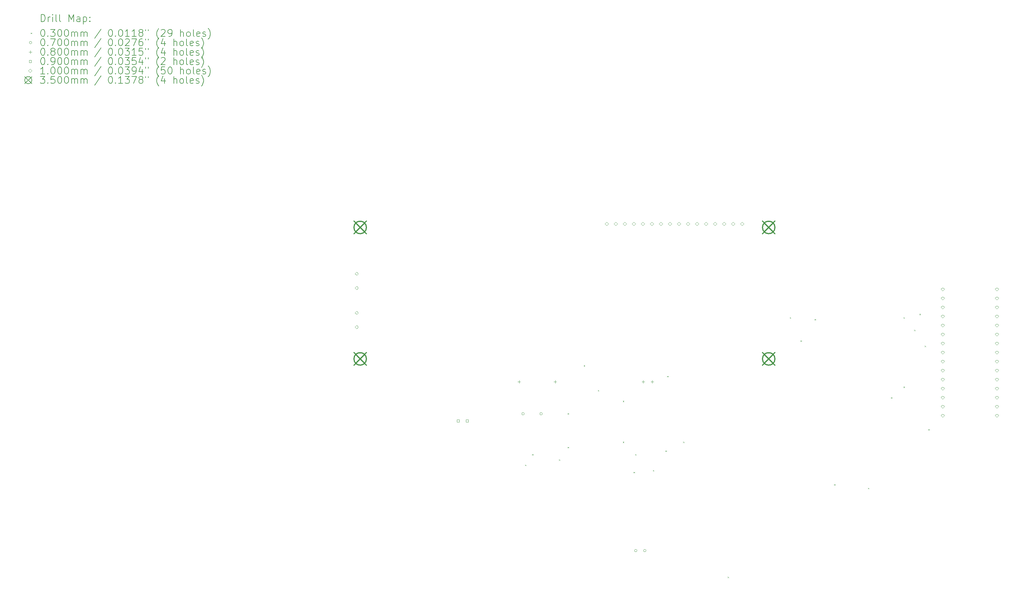
<source format=gbr>
%TF.GenerationSoftware,KiCad,Pcbnew,9.0.0*%
%TF.CreationDate,2025-03-31T14:36:38+05:30*%
%TF.ProjectId,pet care,70657420-6361-4726-952e-6b696361645f,rev?*%
%TF.SameCoordinates,Original*%
%TF.FileFunction,Drillmap*%
%TF.FilePolarity,Positive*%
%FSLAX45Y45*%
G04 Gerber Fmt 4.5, Leading zero omitted, Abs format (unit mm)*
G04 Created by KiCad (PCBNEW 9.0.0) date 2025-03-31 14:36:38*
%MOMM*%
%LPD*%
G01*
G04 APERTURE LIST*
%ADD10C,0.200000*%
%ADD11C,0.100000*%
%ADD12C,0.350000*%
G04 APERTURE END LIST*
D10*
D11*
X13885000Y-12785000D02*
X13915000Y-12815000D01*
X13915000Y-12785000D02*
X13885000Y-12815000D01*
X14085000Y-12485000D02*
X14115000Y-12515000D01*
X14115000Y-12485000D02*
X14085000Y-12515000D01*
X14835000Y-12635000D02*
X14865000Y-12665000D01*
X14865000Y-12635000D02*
X14835000Y-12665000D01*
X15085000Y-11335000D02*
X15115000Y-11365000D01*
X15115000Y-11335000D02*
X15085000Y-11365000D01*
X15085000Y-12285000D02*
X15115000Y-12315000D01*
X15115000Y-12285000D02*
X15085000Y-12315000D01*
X15085000Y-12285000D02*
X15115000Y-12315000D01*
X15115000Y-12285000D02*
X15085000Y-12315000D01*
X15535000Y-9985000D02*
X15565000Y-10015000D01*
X15565000Y-9985000D02*
X15535000Y-10015000D01*
X15935000Y-10685000D02*
X15965000Y-10715000D01*
X15965000Y-10685000D02*
X15935000Y-10715000D01*
X16635000Y-10985000D02*
X16665000Y-11015000D01*
X16665000Y-10985000D02*
X16635000Y-11015000D01*
X16635000Y-12135000D02*
X16665000Y-12165000D01*
X16665000Y-12135000D02*
X16635000Y-12165000D01*
X16935000Y-12985000D02*
X16965000Y-13015000D01*
X16965000Y-12985000D02*
X16935000Y-13015000D01*
X16985000Y-12485000D02*
X17015000Y-12515000D01*
X17015000Y-12485000D02*
X16985000Y-12515000D01*
X17485000Y-12935000D02*
X17515000Y-12965000D01*
X17515000Y-12935000D02*
X17485000Y-12965000D01*
X17835000Y-12385000D02*
X17865000Y-12415000D01*
X17865000Y-12385000D02*
X17835000Y-12415000D01*
X17885000Y-10285000D02*
X17915000Y-10315000D01*
X17915000Y-10285000D02*
X17885000Y-10315000D01*
X18335000Y-12135000D02*
X18365000Y-12165000D01*
X18365000Y-12135000D02*
X18335000Y-12165000D01*
X19585000Y-15935000D02*
X19615000Y-15965000D01*
X19615000Y-15935000D02*
X19585000Y-15965000D01*
X21335000Y-8635000D02*
X21365000Y-8665000D01*
X21365000Y-8635000D02*
X21335000Y-8665000D01*
X21635000Y-9285000D02*
X21665000Y-9315000D01*
X21665000Y-9285000D02*
X21635000Y-9315000D01*
X22035000Y-8685000D02*
X22065000Y-8715000D01*
X22065000Y-8685000D02*
X22035000Y-8715000D01*
X22585000Y-13335000D02*
X22615000Y-13365000D01*
X22615000Y-13335000D02*
X22585000Y-13365000D01*
X23535000Y-13435000D02*
X23565000Y-13465000D01*
X23565000Y-13435000D02*
X23535000Y-13465000D01*
X24185000Y-10885000D02*
X24215000Y-10915000D01*
X24215000Y-10885000D02*
X24185000Y-10915000D01*
X24535000Y-8635000D02*
X24565000Y-8665000D01*
X24565000Y-8635000D02*
X24535000Y-8665000D01*
X24535000Y-10585000D02*
X24565000Y-10615000D01*
X24565000Y-10585000D02*
X24535000Y-10615000D01*
X24835000Y-8985000D02*
X24865000Y-9015000D01*
X24865000Y-8985000D02*
X24835000Y-9015000D01*
X24985000Y-8535000D02*
X25015000Y-8565000D01*
X25015000Y-8535000D02*
X24985000Y-8565000D01*
X25135000Y-9435000D02*
X25165000Y-9465000D01*
X25165000Y-9435000D02*
X25135000Y-9465000D01*
X25235000Y-11785000D02*
X25265000Y-11815000D01*
X25265000Y-11785000D02*
X25235000Y-11815000D01*
X13861000Y-11350000D02*
G75*
G02*
X13791000Y-11350000I-35000J0D01*
G01*
X13791000Y-11350000D02*
G75*
G02*
X13861000Y-11350000I35000J0D01*
G01*
X14369000Y-11350000D02*
G75*
G02*
X14299000Y-11350000I-35000J0D01*
G01*
X14299000Y-11350000D02*
G75*
G02*
X14369000Y-11350000I35000J0D01*
G01*
X17035000Y-15200000D02*
G75*
G02*
X16965000Y-15200000I-35000J0D01*
G01*
X16965000Y-15200000D02*
G75*
G02*
X17035000Y-15200000I35000J0D01*
G01*
X17289000Y-15200000D02*
G75*
G02*
X17219000Y-15200000I-35000J0D01*
G01*
X17219000Y-15200000D02*
G75*
G02*
X17289000Y-15200000I35000J0D01*
G01*
X13715000Y-10410000D02*
X13715000Y-10490000D01*
X13675000Y-10450000D02*
X13755000Y-10450000D01*
X14731000Y-10410000D02*
X14731000Y-10490000D01*
X14691000Y-10450000D02*
X14771000Y-10450000D01*
X17210000Y-10410000D02*
X17210000Y-10490000D01*
X17170000Y-10450000D02*
X17250000Y-10450000D01*
X17464000Y-10410000D02*
X17464000Y-10490000D01*
X17424000Y-10450000D02*
X17504000Y-10450000D01*
X12031820Y-11581820D02*
X12031820Y-11518180D01*
X11968180Y-11518180D01*
X11968180Y-11581820D01*
X12031820Y-11581820D01*
X12285820Y-11581820D02*
X12285820Y-11518180D01*
X12222180Y-11518180D01*
X12222180Y-11581820D01*
X12285820Y-11581820D01*
X9142000Y-7455500D02*
X9192000Y-7405500D01*
X9142000Y-7355500D01*
X9092000Y-7405500D01*
X9142000Y-7455500D01*
X9142000Y-7855500D02*
X9192000Y-7805500D01*
X9142000Y-7755500D01*
X9092000Y-7805500D01*
X9142000Y-7855500D01*
X9142000Y-8555500D02*
X9192000Y-8505500D01*
X9142000Y-8455500D01*
X9092000Y-8505500D01*
X9142000Y-8555500D01*
X9142000Y-8955500D02*
X9192000Y-8905500D01*
X9142000Y-8855500D01*
X9092000Y-8905500D01*
X9142000Y-8955500D01*
X16184000Y-6055500D02*
X16234000Y-6005500D01*
X16184000Y-5955500D01*
X16134000Y-6005500D01*
X16184000Y-6055500D01*
X16438000Y-6055500D02*
X16488000Y-6005500D01*
X16438000Y-5955500D01*
X16388000Y-6005500D01*
X16438000Y-6055500D01*
X16692000Y-6055500D02*
X16742000Y-6005500D01*
X16692000Y-5955500D01*
X16642000Y-6005500D01*
X16692000Y-6055500D01*
X16946000Y-6055500D02*
X16996000Y-6005500D01*
X16946000Y-5955500D01*
X16896000Y-6005500D01*
X16946000Y-6055500D01*
X17200000Y-6055500D02*
X17250000Y-6005500D01*
X17200000Y-5955500D01*
X17150000Y-6005500D01*
X17200000Y-6055500D01*
X17454000Y-6055500D02*
X17504000Y-6005500D01*
X17454000Y-5955500D01*
X17404000Y-6005500D01*
X17454000Y-6055500D01*
X17708000Y-6055500D02*
X17758000Y-6005500D01*
X17708000Y-5955500D01*
X17658000Y-6005500D01*
X17708000Y-6055500D01*
X17962000Y-6055500D02*
X18012000Y-6005500D01*
X17962000Y-5955500D01*
X17912000Y-6005500D01*
X17962000Y-6055500D01*
X18216000Y-6055500D02*
X18266000Y-6005500D01*
X18216000Y-5955500D01*
X18166000Y-6005500D01*
X18216000Y-6055500D01*
X18470000Y-6055500D02*
X18520000Y-6005500D01*
X18470000Y-5955500D01*
X18420000Y-6005500D01*
X18470000Y-6055500D01*
X18724000Y-6055500D02*
X18774000Y-6005500D01*
X18724000Y-5955500D01*
X18674000Y-6005500D01*
X18724000Y-6055500D01*
X18978000Y-6055500D02*
X19028000Y-6005500D01*
X18978000Y-5955500D01*
X18928000Y-6005500D01*
X18978000Y-6055500D01*
X19232000Y-6055500D02*
X19282000Y-6005500D01*
X19232000Y-5955500D01*
X19182000Y-6005500D01*
X19232000Y-6055500D01*
X19486000Y-6055500D02*
X19536000Y-6005500D01*
X19486000Y-5955500D01*
X19436000Y-6005500D01*
X19486000Y-6055500D01*
X19740000Y-6055500D02*
X19790000Y-6005500D01*
X19740000Y-5955500D01*
X19690000Y-6005500D01*
X19740000Y-6055500D01*
X19994000Y-6055500D02*
X20044000Y-6005500D01*
X19994000Y-5955500D01*
X19944000Y-6005500D01*
X19994000Y-6055500D01*
X25639000Y-7895000D02*
X25689000Y-7845000D01*
X25639000Y-7795000D01*
X25589000Y-7845000D01*
X25639000Y-7895000D01*
X25639000Y-8149000D02*
X25689000Y-8099000D01*
X25639000Y-8049000D01*
X25589000Y-8099000D01*
X25639000Y-8149000D01*
X25639000Y-8403000D02*
X25689000Y-8353000D01*
X25639000Y-8303000D01*
X25589000Y-8353000D01*
X25639000Y-8403000D01*
X25639000Y-8657000D02*
X25689000Y-8607000D01*
X25639000Y-8557000D01*
X25589000Y-8607000D01*
X25639000Y-8657000D01*
X25639000Y-8911000D02*
X25689000Y-8861000D01*
X25639000Y-8811000D01*
X25589000Y-8861000D01*
X25639000Y-8911000D01*
X25639000Y-9165000D02*
X25689000Y-9115000D01*
X25639000Y-9065000D01*
X25589000Y-9115000D01*
X25639000Y-9165000D01*
X25639000Y-9419000D02*
X25689000Y-9369000D01*
X25639000Y-9319000D01*
X25589000Y-9369000D01*
X25639000Y-9419000D01*
X25639000Y-9673000D02*
X25689000Y-9623000D01*
X25639000Y-9573000D01*
X25589000Y-9623000D01*
X25639000Y-9673000D01*
X25639000Y-9927000D02*
X25689000Y-9877000D01*
X25639000Y-9827000D01*
X25589000Y-9877000D01*
X25639000Y-9927000D01*
X25639000Y-10181000D02*
X25689000Y-10131000D01*
X25639000Y-10081000D01*
X25589000Y-10131000D01*
X25639000Y-10181000D01*
X25639000Y-10435000D02*
X25689000Y-10385000D01*
X25639000Y-10335000D01*
X25589000Y-10385000D01*
X25639000Y-10435000D01*
X25639000Y-10689000D02*
X25689000Y-10639000D01*
X25639000Y-10589000D01*
X25589000Y-10639000D01*
X25639000Y-10689000D01*
X25639000Y-10943000D02*
X25689000Y-10893000D01*
X25639000Y-10843000D01*
X25589000Y-10893000D01*
X25639000Y-10943000D01*
X25639000Y-11197000D02*
X25689000Y-11147000D01*
X25639000Y-11097000D01*
X25589000Y-11147000D01*
X25639000Y-11197000D01*
X25639000Y-11451000D02*
X25689000Y-11401000D01*
X25639000Y-11351000D01*
X25589000Y-11401000D01*
X25639000Y-11451000D01*
X27163000Y-7895000D02*
X27213000Y-7845000D01*
X27163000Y-7795000D01*
X27113000Y-7845000D01*
X27163000Y-7895000D01*
X27163000Y-8149000D02*
X27213000Y-8099000D01*
X27163000Y-8049000D01*
X27113000Y-8099000D01*
X27163000Y-8149000D01*
X27163000Y-8403000D02*
X27213000Y-8353000D01*
X27163000Y-8303000D01*
X27113000Y-8353000D01*
X27163000Y-8403000D01*
X27163000Y-8657000D02*
X27213000Y-8607000D01*
X27163000Y-8557000D01*
X27113000Y-8607000D01*
X27163000Y-8657000D01*
X27163000Y-8911000D02*
X27213000Y-8861000D01*
X27163000Y-8811000D01*
X27113000Y-8861000D01*
X27163000Y-8911000D01*
X27163000Y-9165000D02*
X27213000Y-9115000D01*
X27163000Y-9065000D01*
X27113000Y-9115000D01*
X27163000Y-9165000D01*
X27163000Y-9419000D02*
X27213000Y-9369000D01*
X27163000Y-9319000D01*
X27113000Y-9369000D01*
X27163000Y-9419000D01*
X27163000Y-9673000D02*
X27213000Y-9623000D01*
X27163000Y-9573000D01*
X27113000Y-9623000D01*
X27163000Y-9673000D01*
X27163000Y-9927000D02*
X27213000Y-9877000D01*
X27163000Y-9827000D01*
X27113000Y-9877000D01*
X27163000Y-9927000D01*
X27163000Y-10181000D02*
X27213000Y-10131000D01*
X27163000Y-10081000D01*
X27113000Y-10131000D01*
X27163000Y-10181000D01*
X27163000Y-10435000D02*
X27213000Y-10385000D01*
X27163000Y-10335000D01*
X27113000Y-10385000D01*
X27163000Y-10435000D01*
X27163000Y-10689000D02*
X27213000Y-10639000D01*
X27163000Y-10589000D01*
X27113000Y-10639000D01*
X27163000Y-10689000D01*
X27163000Y-10943000D02*
X27213000Y-10893000D01*
X27163000Y-10843000D01*
X27113000Y-10893000D01*
X27163000Y-10943000D01*
X27163000Y-11197000D02*
X27213000Y-11147000D01*
X27163000Y-11097000D01*
X27113000Y-11147000D01*
X27163000Y-11197000D01*
X27163000Y-11451000D02*
X27213000Y-11401000D01*
X27163000Y-11351000D01*
X27113000Y-11401000D01*
X27163000Y-11451000D01*
D12*
X9067000Y-5930500D02*
X9417000Y-6280500D01*
X9417000Y-5930500D02*
X9067000Y-6280500D01*
X9417000Y-6105500D02*
G75*
G02*
X9067000Y-6105500I-175000J0D01*
G01*
X9067000Y-6105500D02*
G75*
G02*
X9417000Y-6105500I175000J0D01*
G01*
X9067000Y-9630500D02*
X9417000Y-9980500D01*
X9417000Y-9630500D02*
X9067000Y-9980500D01*
X9417000Y-9805500D02*
G75*
G02*
X9067000Y-9805500I-175000J0D01*
G01*
X9067000Y-9805500D02*
G75*
G02*
X9417000Y-9805500I175000J0D01*
G01*
X20567000Y-5930500D02*
X20917000Y-6280500D01*
X20917000Y-5930500D02*
X20567000Y-6280500D01*
X20917000Y-6105500D02*
G75*
G02*
X20567000Y-6105500I-175000J0D01*
G01*
X20567000Y-6105500D02*
G75*
G02*
X20917000Y-6105500I175000J0D01*
G01*
X20567000Y-9630500D02*
X20917000Y-9980500D01*
X20917000Y-9630500D02*
X20567000Y-9980500D01*
X20917000Y-9805500D02*
G75*
G02*
X20567000Y-9805500I-175000J0D01*
G01*
X20567000Y-9805500D02*
G75*
G02*
X20917000Y-9805500I175000J0D01*
G01*
D10*
X260777Y-311484D02*
X260777Y-111484D01*
X260777Y-111484D02*
X308396Y-111484D01*
X308396Y-111484D02*
X336967Y-121008D01*
X336967Y-121008D02*
X356015Y-140055D01*
X356015Y-140055D02*
X365539Y-159103D01*
X365539Y-159103D02*
X375062Y-197198D01*
X375062Y-197198D02*
X375062Y-225769D01*
X375062Y-225769D02*
X365539Y-263865D01*
X365539Y-263865D02*
X356015Y-282912D01*
X356015Y-282912D02*
X336967Y-301960D01*
X336967Y-301960D02*
X308396Y-311484D01*
X308396Y-311484D02*
X260777Y-311484D01*
X460777Y-311484D02*
X460777Y-178150D01*
X460777Y-216246D02*
X470301Y-197198D01*
X470301Y-197198D02*
X479824Y-187674D01*
X479824Y-187674D02*
X498872Y-178150D01*
X498872Y-178150D02*
X517920Y-178150D01*
X584586Y-311484D02*
X584586Y-178150D01*
X584586Y-111484D02*
X575063Y-121008D01*
X575063Y-121008D02*
X584586Y-130531D01*
X584586Y-130531D02*
X594110Y-121008D01*
X594110Y-121008D02*
X584586Y-111484D01*
X584586Y-111484D02*
X584586Y-130531D01*
X708396Y-311484D02*
X689348Y-301960D01*
X689348Y-301960D02*
X679824Y-282912D01*
X679824Y-282912D02*
X679824Y-111484D01*
X813158Y-311484D02*
X794110Y-301960D01*
X794110Y-301960D02*
X784586Y-282912D01*
X784586Y-282912D02*
X784586Y-111484D01*
X1041729Y-311484D02*
X1041729Y-111484D01*
X1041729Y-111484D02*
X1108396Y-254341D01*
X1108396Y-254341D02*
X1175063Y-111484D01*
X1175063Y-111484D02*
X1175063Y-311484D01*
X1356015Y-311484D02*
X1356015Y-206722D01*
X1356015Y-206722D02*
X1346491Y-187674D01*
X1346491Y-187674D02*
X1327444Y-178150D01*
X1327444Y-178150D02*
X1289348Y-178150D01*
X1289348Y-178150D02*
X1270301Y-187674D01*
X1356015Y-301960D02*
X1336967Y-311484D01*
X1336967Y-311484D02*
X1289348Y-311484D01*
X1289348Y-311484D02*
X1270301Y-301960D01*
X1270301Y-301960D02*
X1260777Y-282912D01*
X1260777Y-282912D02*
X1260777Y-263865D01*
X1260777Y-263865D02*
X1270301Y-244817D01*
X1270301Y-244817D02*
X1289348Y-235293D01*
X1289348Y-235293D02*
X1336967Y-235293D01*
X1336967Y-235293D02*
X1356015Y-225769D01*
X1451253Y-178150D02*
X1451253Y-378150D01*
X1451253Y-187674D02*
X1470301Y-178150D01*
X1470301Y-178150D02*
X1508396Y-178150D01*
X1508396Y-178150D02*
X1527443Y-187674D01*
X1527443Y-187674D02*
X1536967Y-197198D01*
X1536967Y-197198D02*
X1546491Y-216246D01*
X1546491Y-216246D02*
X1546491Y-273389D01*
X1546491Y-273389D02*
X1536967Y-292436D01*
X1536967Y-292436D02*
X1527443Y-301960D01*
X1527443Y-301960D02*
X1508396Y-311484D01*
X1508396Y-311484D02*
X1470301Y-311484D01*
X1470301Y-311484D02*
X1451253Y-301960D01*
X1632205Y-292436D02*
X1641729Y-301960D01*
X1641729Y-301960D02*
X1632205Y-311484D01*
X1632205Y-311484D02*
X1622682Y-301960D01*
X1622682Y-301960D02*
X1632205Y-292436D01*
X1632205Y-292436D02*
X1632205Y-311484D01*
X1632205Y-187674D02*
X1641729Y-197198D01*
X1641729Y-197198D02*
X1632205Y-206722D01*
X1632205Y-206722D02*
X1622682Y-197198D01*
X1622682Y-197198D02*
X1632205Y-187674D01*
X1632205Y-187674D02*
X1632205Y-206722D01*
D11*
X-30000Y-625000D02*
X0Y-655000D01*
X0Y-625000D02*
X-30000Y-655000D01*
D10*
X298872Y-531484D02*
X317920Y-531484D01*
X317920Y-531484D02*
X336967Y-541008D01*
X336967Y-541008D02*
X346491Y-550531D01*
X346491Y-550531D02*
X356015Y-569579D01*
X356015Y-569579D02*
X365539Y-607674D01*
X365539Y-607674D02*
X365539Y-655293D01*
X365539Y-655293D02*
X356015Y-693389D01*
X356015Y-693389D02*
X346491Y-712436D01*
X346491Y-712436D02*
X336967Y-721960D01*
X336967Y-721960D02*
X317920Y-731484D01*
X317920Y-731484D02*
X298872Y-731484D01*
X298872Y-731484D02*
X279824Y-721960D01*
X279824Y-721960D02*
X270301Y-712436D01*
X270301Y-712436D02*
X260777Y-693389D01*
X260777Y-693389D02*
X251253Y-655293D01*
X251253Y-655293D02*
X251253Y-607674D01*
X251253Y-607674D02*
X260777Y-569579D01*
X260777Y-569579D02*
X270301Y-550531D01*
X270301Y-550531D02*
X279824Y-541008D01*
X279824Y-541008D02*
X298872Y-531484D01*
X451253Y-712436D02*
X460777Y-721960D01*
X460777Y-721960D02*
X451253Y-731484D01*
X451253Y-731484D02*
X441729Y-721960D01*
X441729Y-721960D02*
X451253Y-712436D01*
X451253Y-712436D02*
X451253Y-731484D01*
X527444Y-531484D02*
X651253Y-531484D01*
X651253Y-531484D02*
X584586Y-607674D01*
X584586Y-607674D02*
X613158Y-607674D01*
X613158Y-607674D02*
X632205Y-617198D01*
X632205Y-617198D02*
X641729Y-626722D01*
X641729Y-626722D02*
X651253Y-645770D01*
X651253Y-645770D02*
X651253Y-693389D01*
X651253Y-693389D02*
X641729Y-712436D01*
X641729Y-712436D02*
X632205Y-721960D01*
X632205Y-721960D02*
X613158Y-731484D01*
X613158Y-731484D02*
X556015Y-731484D01*
X556015Y-731484D02*
X536967Y-721960D01*
X536967Y-721960D02*
X527444Y-712436D01*
X775062Y-531484D02*
X794110Y-531484D01*
X794110Y-531484D02*
X813158Y-541008D01*
X813158Y-541008D02*
X822682Y-550531D01*
X822682Y-550531D02*
X832205Y-569579D01*
X832205Y-569579D02*
X841729Y-607674D01*
X841729Y-607674D02*
X841729Y-655293D01*
X841729Y-655293D02*
X832205Y-693389D01*
X832205Y-693389D02*
X822682Y-712436D01*
X822682Y-712436D02*
X813158Y-721960D01*
X813158Y-721960D02*
X794110Y-731484D01*
X794110Y-731484D02*
X775062Y-731484D01*
X775062Y-731484D02*
X756015Y-721960D01*
X756015Y-721960D02*
X746491Y-712436D01*
X746491Y-712436D02*
X736967Y-693389D01*
X736967Y-693389D02*
X727443Y-655293D01*
X727443Y-655293D02*
X727443Y-607674D01*
X727443Y-607674D02*
X736967Y-569579D01*
X736967Y-569579D02*
X746491Y-550531D01*
X746491Y-550531D02*
X756015Y-541008D01*
X756015Y-541008D02*
X775062Y-531484D01*
X965539Y-531484D02*
X984586Y-531484D01*
X984586Y-531484D02*
X1003634Y-541008D01*
X1003634Y-541008D02*
X1013158Y-550531D01*
X1013158Y-550531D02*
X1022682Y-569579D01*
X1022682Y-569579D02*
X1032205Y-607674D01*
X1032205Y-607674D02*
X1032205Y-655293D01*
X1032205Y-655293D02*
X1022682Y-693389D01*
X1022682Y-693389D02*
X1013158Y-712436D01*
X1013158Y-712436D02*
X1003634Y-721960D01*
X1003634Y-721960D02*
X984586Y-731484D01*
X984586Y-731484D02*
X965539Y-731484D01*
X965539Y-731484D02*
X946491Y-721960D01*
X946491Y-721960D02*
X936967Y-712436D01*
X936967Y-712436D02*
X927443Y-693389D01*
X927443Y-693389D02*
X917920Y-655293D01*
X917920Y-655293D02*
X917920Y-607674D01*
X917920Y-607674D02*
X927443Y-569579D01*
X927443Y-569579D02*
X936967Y-550531D01*
X936967Y-550531D02*
X946491Y-541008D01*
X946491Y-541008D02*
X965539Y-531484D01*
X1117920Y-731484D02*
X1117920Y-598150D01*
X1117920Y-617198D02*
X1127444Y-607674D01*
X1127444Y-607674D02*
X1146491Y-598150D01*
X1146491Y-598150D02*
X1175063Y-598150D01*
X1175063Y-598150D02*
X1194110Y-607674D01*
X1194110Y-607674D02*
X1203634Y-626722D01*
X1203634Y-626722D02*
X1203634Y-731484D01*
X1203634Y-626722D02*
X1213158Y-607674D01*
X1213158Y-607674D02*
X1232205Y-598150D01*
X1232205Y-598150D02*
X1260777Y-598150D01*
X1260777Y-598150D02*
X1279825Y-607674D01*
X1279825Y-607674D02*
X1289348Y-626722D01*
X1289348Y-626722D02*
X1289348Y-731484D01*
X1384586Y-731484D02*
X1384586Y-598150D01*
X1384586Y-617198D02*
X1394110Y-607674D01*
X1394110Y-607674D02*
X1413158Y-598150D01*
X1413158Y-598150D02*
X1441729Y-598150D01*
X1441729Y-598150D02*
X1460777Y-607674D01*
X1460777Y-607674D02*
X1470301Y-626722D01*
X1470301Y-626722D02*
X1470301Y-731484D01*
X1470301Y-626722D02*
X1479824Y-607674D01*
X1479824Y-607674D02*
X1498872Y-598150D01*
X1498872Y-598150D02*
X1527443Y-598150D01*
X1527443Y-598150D02*
X1546491Y-607674D01*
X1546491Y-607674D02*
X1556015Y-626722D01*
X1556015Y-626722D02*
X1556015Y-731484D01*
X1946491Y-521960D02*
X1775063Y-779103D01*
X2203634Y-531484D02*
X2222682Y-531484D01*
X2222682Y-531484D02*
X2241729Y-541008D01*
X2241729Y-541008D02*
X2251253Y-550531D01*
X2251253Y-550531D02*
X2260777Y-569579D01*
X2260777Y-569579D02*
X2270301Y-607674D01*
X2270301Y-607674D02*
X2270301Y-655293D01*
X2270301Y-655293D02*
X2260777Y-693389D01*
X2260777Y-693389D02*
X2251253Y-712436D01*
X2251253Y-712436D02*
X2241729Y-721960D01*
X2241729Y-721960D02*
X2222682Y-731484D01*
X2222682Y-731484D02*
X2203634Y-731484D01*
X2203634Y-731484D02*
X2184587Y-721960D01*
X2184587Y-721960D02*
X2175063Y-712436D01*
X2175063Y-712436D02*
X2165539Y-693389D01*
X2165539Y-693389D02*
X2156015Y-655293D01*
X2156015Y-655293D02*
X2156015Y-607674D01*
X2156015Y-607674D02*
X2165539Y-569579D01*
X2165539Y-569579D02*
X2175063Y-550531D01*
X2175063Y-550531D02*
X2184587Y-541008D01*
X2184587Y-541008D02*
X2203634Y-531484D01*
X2356015Y-712436D02*
X2365539Y-721960D01*
X2365539Y-721960D02*
X2356015Y-731484D01*
X2356015Y-731484D02*
X2346491Y-721960D01*
X2346491Y-721960D02*
X2356015Y-712436D01*
X2356015Y-712436D02*
X2356015Y-731484D01*
X2489348Y-531484D02*
X2508396Y-531484D01*
X2508396Y-531484D02*
X2527444Y-541008D01*
X2527444Y-541008D02*
X2536968Y-550531D01*
X2536968Y-550531D02*
X2546491Y-569579D01*
X2546491Y-569579D02*
X2556015Y-607674D01*
X2556015Y-607674D02*
X2556015Y-655293D01*
X2556015Y-655293D02*
X2546491Y-693389D01*
X2546491Y-693389D02*
X2536968Y-712436D01*
X2536968Y-712436D02*
X2527444Y-721960D01*
X2527444Y-721960D02*
X2508396Y-731484D01*
X2508396Y-731484D02*
X2489348Y-731484D01*
X2489348Y-731484D02*
X2470301Y-721960D01*
X2470301Y-721960D02*
X2460777Y-712436D01*
X2460777Y-712436D02*
X2451253Y-693389D01*
X2451253Y-693389D02*
X2441729Y-655293D01*
X2441729Y-655293D02*
X2441729Y-607674D01*
X2441729Y-607674D02*
X2451253Y-569579D01*
X2451253Y-569579D02*
X2460777Y-550531D01*
X2460777Y-550531D02*
X2470301Y-541008D01*
X2470301Y-541008D02*
X2489348Y-531484D01*
X2746491Y-731484D02*
X2632206Y-731484D01*
X2689348Y-731484D02*
X2689348Y-531484D01*
X2689348Y-531484D02*
X2670301Y-560055D01*
X2670301Y-560055D02*
X2651253Y-579103D01*
X2651253Y-579103D02*
X2632206Y-588627D01*
X2936967Y-731484D02*
X2822682Y-731484D01*
X2879825Y-731484D02*
X2879825Y-531484D01*
X2879825Y-531484D02*
X2860777Y-560055D01*
X2860777Y-560055D02*
X2841729Y-579103D01*
X2841729Y-579103D02*
X2822682Y-588627D01*
X3051253Y-617198D02*
X3032206Y-607674D01*
X3032206Y-607674D02*
X3022682Y-598150D01*
X3022682Y-598150D02*
X3013158Y-579103D01*
X3013158Y-579103D02*
X3013158Y-569579D01*
X3013158Y-569579D02*
X3022682Y-550531D01*
X3022682Y-550531D02*
X3032206Y-541008D01*
X3032206Y-541008D02*
X3051253Y-531484D01*
X3051253Y-531484D02*
X3089348Y-531484D01*
X3089348Y-531484D02*
X3108396Y-541008D01*
X3108396Y-541008D02*
X3117920Y-550531D01*
X3117920Y-550531D02*
X3127444Y-569579D01*
X3127444Y-569579D02*
X3127444Y-579103D01*
X3127444Y-579103D02*
X3117920Y-598150D01*
X3117920Y-598150D02*
X3108396Y-607674D01*
X3108396Y-607674D02*
X3089348Y-617198D01*
X3089348Y-617198D02*
X3051253Y-617198D01*
X3051253Y-617198D02*
X3032206Y-626722D01*
X3032206Y-626722D02*
X3022682Y-636246D01*
X3022682Y-636246D02*
X3013158Y-655293D01*
X3013158Y-655293D02*
X3013158Y-693389D01*
X3013158Y-693389D02*
X3022682Y-712436D01*
X3022682Y-712436D02*
X3032206Y-721960D01*
X3032206Y-721960D02*
X3051253Y-731484D01*
X3051253Y-731484D02*
X3089348Y-731484D01*
X3089348Y-731484D02*
X3108396Y-721960D01*
X3108396Y-721960D02*
X3117920Y-712436D01*
X3117920Y-712436D02*
X3127444Y-693389D01*
X3127444Y-693389D02*
X3127444Y-655293D01*
X3127444Y-655293D02*
X3117920Y-636246D01*
X3117920Y-636246D02*
X3108396Y-626722D01*
X3108396Y-626722D02*
X3089348Y-617198D01*
X3203634Y-531484D02*
X3203634Y-569579D01*
X3279825Y-531484D02*
X3279825Y-569579D01*
X3575063Y-807674D02*
X3565539Y-798150D01*
X3565539Y-798150D02*
X3546491Y-769579D01*
X3546491Y-769579D02*
X3536968Y-750531D01*
X3536968Y-750531D02*
X3527444Y-721960D01*
X3527444Y-721960D02*
X3517920Y-674341D01*
X3517920Y-674341D02*
X3517920Y-636246D01*
X3517920Y-636246D02*
X3527444Y-588627D01*
X3527444Y-588627D02*
X3536968Y-560055D01*
X3536968Y-560055D02*
X3546491Y-541008D01*
X3546491Y-541008D02*
X3565539Y-512436D01*
X3565539Y-512436D02*
X3575063Y-502912D01*
X3641729Y-550531D02*
X3651253Y-541008D01*
X3651253Y-541008D02*
X3670301Y-531484D01*
X3670301Y-531484D02*
X3717920Y-531484D01*
X3717920Y-531484D02*
X3736968Y-541008D01*
X3736968Y-541008D02*
X3746491Y-550531D01*
X3746491Y-550531D02*
X3756015Y-569579D01*
X3756015Y-569579D02*
X3756015Y-588627D01*
X3756015Y-588627D02*
X3746491Y-617198D01*
X3746491Y-617198D02*
X3632206Y-731484D01*
X3632206Y-731484D02*
X3756015Y-731484D01*
X3851253Y-731484D02*
X3889348Y-731484D01*
X3889348Y-731484D02*
X3908396Y-721960D01*
X3908396Y-721960D02*
X3917920Y-712436D01*
X3917920Y-712436D02*
X3936968Y-683865D01*
X3936968Y-683865D02*
X3946491Y-645770D01*
X3946491Y-645770D02*
X3946491Y-569579D01*
X3946491Y-569579D02*
X3936968Y-550531D01*
X3936968Y-550531D02*
X3927444Y-541008D01*
X3927444Y-541008D02*
X3908396Y-531484D01*
X3908396Y-531484D02*
X3870301Y-531484D01*
X3870301Y-531484D02*
X3851253Y-541008D01*
X3851253Y-541008D02*
X3841729Y-550531D01*
X3841729Y-550531D02*
X3832206Y-569579D01*
X3832206Y-569579D02*
X3832206Y-617198D01*
X3832206Y-617198D02*
X3841729Y-636246D01*
X3841729Y-636246D02*
X3851253Y-645770D01*
X3851253Y-645770D02*
X3870301Y-655293D01*
X3870301Y-655293D02*
X3908396Y-655293D01*
X3908396Y-655293D02*
X3927444Y-645770D01*
X3927444Y-645770D02*
X3936968Y-636246D01*
X3936968Y-636246D02*
X3946491Y-617198D01*
X4184587Y-731484D02*
X4184587Y-531484D01*
X4270301Y-731484D02*
X4270301Y-626722D01*
X4270301Y-626722D02*
X4260777Y-607674D01*
X4260777Y-607674D02*
X4241730Y-598150D01*
X4241730Y-598150D02*
X4213158Y-598150D01*
X4213158Y-598150D02*
X4194110Y-607674D01*
X4194110Y-607674D02*
X4184587Y-617198D01*
X4394111Y-731484D02*
X4375063Y-721960D01*
X4375063Y-721960D02*
X4365539Y-712436D01*
X4365539Y-712436D02*
X4356015Y-693389D01*
X4356015Y-693389D02*
X4356015Y-636246D01*
X4356015Y-636246D02*
X4365539Y-617198D01*
X4365539Y-617198D02*
X4375063Y-607674D01*
X4375063Y-607674D02*
X4394111Y-598150D01*
X4394111Y-598150D02*
X4422682Y-598150D01*
X4422682Y-598150D02*
X4441730Y-607674D01*
X4441730Y-607674D02*
X4451253Y-617198D01*
X4451253Y-617198D02*
X4460777Y-636246D01*
X4460777Y-636246D02*
X4460777Y-693389D01*
X4460777Y-693389D02*
X4451253Y-712436D01*
X4451253Y-712436D02*
X4441730Y-721960D01*
X4441730Y-721960D02*
X4422682Y-731484D01*
X4422682Y-731484D02*
X4394111Y-731484D01*
X4575063Y-731484D02*
X4556015Y-721960D01*
X4556015Y-721960D02*
X4546492Y-702912D01*
X4546492Y-702912D02*
X4546492Y-531484D01*
X4727444Y-721960D02*
X4708396Y-731484D01*
X4708396Y-731484D02*
X4670301Y-731484D01*
X4670301Y-731484D02*
X4651253Y-721960D01*
X4651253Y-721960D02*
X4641730Y-702912D01*
X4641730Y-702912D02*
X4641730Y-626722D01*
X4641730Y-626722D02*
X4651253Y-607674D01*
X4651253Y-607674D02*
X4670301Y-598150D01*
X4670301Y-598150D02*
X4708396Y-598150D01*
X4708396Y-598150D02*
X4727444Y-607674D01*
X4727444Y-607674D02*
X4736968Y-626722D01*
X4736968Y-626722D02*
X4736968Y-645770D01*
X4736968Y-645770D02*
X4641730Y-664817D01*
X4813158Y-721960D02*
X4832206Y-731484D01*
X4832206Y-731484D02*
X4870301Y-731484D01*
X4870301Y-731484D02*
X4889349Y-721960D01*
X4889349Y-721960D02*
X4898873Y-702912D01*
X4898873Y-702912D02*
X4898873Y-693389D01*
X4898873Y-693389D02*
X4889349Y-674341D01*
X4889349Y-674341D02*
X4870301Y-664817D01*
X4870301Y-664817D02*
X4841730Y-664817D01*
X4841730Y-664817D02*
X4822682Y-655293D01*
X4822682Y-655293D02*
X4813158Y-636246D01*
X4813158Y-636246D02*
X4813158Y-626722D01*
X4813158Y-626722D02*
X4822682Y-607674D01*
X4822682Y-607674D02*
X4841730Y-598150D01*
X4841730Y-598150D02*
X4870301Y-598150D01*
X4870301Y-598150D02*
X4889349Y-607674D01*
X4965539Y-807674D02*
X4975063Y-798150D01*
X4975063Y-798150D02*
X4994111Y-769579D01*
X4994111Y-769579D02*
X5003634Y-750531D01*
X5003634Y-750531D02*
X5013158Y-721960D01*
X5013158Y-721960D02*
X5022682Y-674341D01*
X5022682Y-674341D02*
X5022682Y-636246D01*
X5022682Y-636246D02*
X5013158Y-588627D01*
X5013158Y-588627D02*
X5003634Y-560055D01*
X5003634Y-560055D02*
X4994111Y-541008D01*
X4994111Y-541008D02*
X4975063Y-512436D01*
X4975063Y-512436D02*
X4965539Y-502912D01*
D11*
X0Y-904000D02*
G75*
G02*
X-70000Y-904000I-35000J0D01*
G01*
X-70000Y-904000D02*
G75*
G02*
X0Y-904000I35000J0D01*
G01*
D10*
X298872Y-795484D02*
X317920Y-795484D01*
X317920Y-795484D02*
X336967Y-805008D01*
X336967Y-805008D02*
X346491Y-814531D01*
X346491Y-814531D02*
X356015Y-833579D01*
X356015Y-833579D02*
X365539Y-871674D01*
X365539Y-871674D02*
X365539Y-919293D01*
X365539Y-919293D02*
X356015Y-957388D01*
X356015Y-957388D02*
X346491Y-976436D01*
X346491Y-976436D02*
X336967Y-985960D01*
X336967Y-985960D02*
X317920Y-995484D01*
X317920Y-995484D02*
X298872Y-995484D01*
X298872Y-995484D02*
X279824Y-985960D01*
X279824Y-985960D02*
X270301Y-976436D01*
X270301Y-976436D02*
X260777Y-957388D01*
X260777Y-957388D02*
X251253Y-919293D01*
X251253Y-919293D02*
X251253Y-871674D01*
X251253Y-871674D02*
X260777Y-833579D01*
X260777Y-833579D02*
X270301Y-814531D01*
X270301Y-814531D02*
X279824Y-805008D01*
X279824Y-805008D02*
X298872Y-795484D01*
X451253Y-976436D02*
X460777Y-985960D01*
X460777Y-985960D02*
X451253Y-995484D01*
X451253Y-995484D02*
X441729Y-985960D01*
X441729Y-985960D02*
X451253Y-976436D01*
X451253Y-976436D02*
X451253Y-995484D01*
X527444Y-795484D02*
X660777Y-795484D01*
X660777Y-795484D02*
X575063Y-995484D01*
X775062Y-795484D02*
X794110Y-795484D01*
X794110Y-795484D02*
X813158Y-805008D01*
X813158Y-805008D02*
X822682Y-814531D01*
X822682Y-814531D02*
X832205Y-833579D01*
X832205Y-833579D02*
X841729Y-871674D01*
X841729Y-871674D02*
X841729Y-919293D01*
X841729Y-919293D02*
X832205Y-957388D01*
X832205Y-957388D02*
X822682Y-976436D01*
X822682Y-976436D02*
X813158Y-985960D01*
X813158Y-985960D02*
X794110Y-995484D01*
X794110Y-995484D02*
X775062Y-995484D01*
X775062Y-995484D02*
X756015Y-985960D01*
X756015Y-985960D02*
X746491Y-976436D01*
X746491Y-976436D02*
X736967Y-957388D01*
X736967Y-957388D02*
X727443Y-919293D01*
X727443Y-919293D02*
X727443Y-871674D01*
X727443Y-871674D02*
X736967Y-833579D01*
X736967Y-833579D02*
X746491Y-814531D01*
X746491Y-814531D02*
X756015Y-805008D01*
X756015Y-805008D02*
X775062Y-795484D01*
X965539Y-795484D02*
X984586Y-795484D01*
X984586Y-795484D02*
X1003634Y-805008D01*
X1003634Y-805008D02*
X1013158Y-814531D01*
X1013158Y-814531D02*
X1022682Y-833579D01*
X1022682Y-833579D02*
X1032205Y-871674D01*
X1032205Y-871674D02*
X1032205Y-919293D01*
X1032205Y-919293D02*
X1022682Y-957388D01*
X1022682Y-957388D02*
X1013158Y-976436D01*
X1013158Y-976436D02*
X1003634Y-985960D01*
X1003634Y-985960D02*
X984586Y-995484D01*
X984586Y-995484D02*
X965539Y-995484D01*
X965539Y-995484D02*
X946491Y-985960D01*
X946491Y-985960D02*
X936967Y-976436D01*
X936967Y-976436D02*
X927443Y-957388D01*
X927443Y-957388D02*
X917920Y-919293D01*
X917920Y-919293D02*
X917920Y-871674D01*
X917920Y-871674D02*
X927443Y-833579D01*
X927443Y-833579D02*
X936967Y-814531D01*
X936967Y-814531D02*
X946491Y-805008D01*
X946491Y-805008D02*
X965539Y-795484D01*
X1117920Y-995484D02*
X1117920Y-862150D01*
X1117920Y-881198D02*
X1127444Y-871674D01*
X1127444Y-871674D02*
X1146491Y-862150D01*
X1146491Y-862150D02*
X1175063Y-862150D01*
X1175063Y-862150D02*
X1194110Y-871674D01*
X1194110Y-871674D02*
X1203634Y-890722D01*
X1203634Y-890722D02*
X1203634Y-995484D01*
X1203634Y-890722D02*
X1213158Y-871674D01*
X1213158Y-871674D02*
X1232205Y-862150D01*
X1232205Y-862150D02*
X1260777Y-862150D01*
X1260777Y-862150D02*
X1279825Y-871674D01*
X1279825Y-871674D02*
X1289348Y-890722D01*
X1289348Y-890722D02*
X1289348Y-995484D01*
X1384586Y-995484D02*
X1384586Y-862150D01*
X1384586Y-881198D02*
X1394110Y-871674D01*
X1394110Y-871674D02*
X1413158Y-862150D01*
X1413158Y-862150D02*
X1441729Y-862150D01*
X1441729Y-862150D02*
X1460777Y-871674D01*
X1460777Y-871674D02*
X1470301Y-890722D01*
X1470301Y-890722D02*
X1470301Y-995484D01*
X1470301Y-890722D02*
X1479824Y-871674D01*
X1479824Y-871674D02*
X1498872Y-862150D01*
X1498872Y-862150D02*
X1527443Y-862150D01*
X1527443Y-862150D02*
X1546491Y-871674D01*
X1546491Y-871674D02*
X1556015Y-890722D01*
X1556015Y-890722D02*
X1556015Y-995484D01*
X1946491Y-785960D02*
X1775063Y-1043103D01*
X2203634Y-795484D02*
X2222682Y-795484D01*
X2222682Y-795484D02*
X2241729Y-805008D01*
X2241729Y-805008D02*
X2251253Y-814531D01*
X2251253Y-814531D02*
X2260777Y-833579D01*
X2260777Y-833579D02*
X2270301Y-871674D01*
X2270301Y-871674D02*
X2270301Y-919293D01*
X2270301Y-919293D02*
X2260777Y-957388D01*
X2260777Y-957388D02*
X2251253Y-976436D01*
X2251253Y-976436D02*
X2241729Y-985960D01*
X2241729Y-985960D02*
X2222682Y-995484D01*
X2222682Y-995484D02*
X2203634Y-995484D01*
X2203634Y-995484D02*
X2184587Y-985960D01*
X2184587Y-985960D02*
X2175063Y-976436D01*
X2175063Y-976436D02*
X2165539Y-957388D01*
X2165539Y-957388D02*
X2156015Y-919293D01*
X2156015Y-919293D02*
X2156015Y-871674D01*
X2156015Y-871674D02*
X2165539Y-833579D01*
X2165539Y-833579D02*
X2175063Y-814531D01*
X2175063Y-814531D02*
X2184587Y-805008D01*
X2184587Y-805008D02*
X2203634Y-795484D01*
X2356015Y-976436D02*
X2365539Y-985960D01*
X2365539Y-985960D02*
X2356015Y-995484D01*
X2356015Y-995484D02*
X2346491Y-985960D01*
X2346491Y-985960D02*
X2356015Y-976436D01*
X2356015Y-976436D02*
X2356015Y-995484D01*
X2489348Y-795484D02*
X2508396Y-795484D01*
X2508396Y-795484D02*
X2527444Y-805008D01*
X2527444Y-805008D02*
X2536968Y-814531D01*
X2536968Y-814531D02*
X2546491Y-833579D01*
X2546491Y-833579D02*
X2556015Y-871674D01*
X2556015Y-871674D02*
X2556015Y-919293D01*
X2556015Y-919293D02*
X2546491Y-957388D01*
X2546491Y-957388D02*
X2536968Y-976436D01*
X2536968Y-976436D02*
X2527444Y-985960D01*
X2527444Y-985960D02*
X2508396Y-995484D01*
X2508396Y-995484D02*
X2489348Y-995484D01*
X2489348Y-995484D02*
X2470301Y-985960D01*
X2470301Y-985960D02*
X2460777Y-976436D01*
X2460777Y-976436D02*
X2451253Y-957388D01*
X2451253Y-957388D02*
X2441729Y-919293D01*
X2441729Y-919293D02*
X2441729Y-871674D01*
X2441729Y-871674D02*
X2451253Y-833579D01*
X2451253Y-833579D02*
X2460777Y-814531D01*
X2460777Y-814531D02*
X2470301Y-805008D01*
X2470301Y-805008D02*
X2489348Y-795484D01*
X2632206Y-814531D02*
X2641729Y-805008D01*
X2641729Y-805008D02*
X2660777Y-795484D01*
X2660777Y-795484D02*
X2708396Y-795484D01*
X2708396Y-795484D02*
X2727444Y-805008D01*
X2727444Y-805008D02*
X2736968Y-814531D01*
X2736968Y-814531D02*
X2746491Y-833579D01*
X2746491Y-833579D02*
X2746491Y-852627D01*
X2746491Y-852627D02*
X2736968Y-881198D01*
X2736968Y-881198D02*
X2622682Y-995484D01*
X2622682Y-995484D02*
X2746491Y-995484D01*
X2813158Y-795484D02*
X2946491Y-795484D01*
X2946491Y-795484D02*
X2860777Y-995484D01*
X3108396Y-795484D02*
X3070301Y-795484D01*
X3070301Y-795484D02*
X3051253Y-805008D01*
X3051253Y-805008D02*
X3041729Y-814531D01*
X3041729Y-814531D02*
X3022682Y-843103D01*
X3022682Y-843103D02*
X3013158Y-881198D01*
X3013158Y-881198D02*
X3013158Y-957388D01*
X3013158Y-957388D02*
X3022682Y-976436D01*
X3022682Y-976436D02*
X3032206Y-985960D01*
X3032206Y-985960D02*
X3051253Y-995484D01*
X3051253Y-995484D02*
X3089348Y-995484D01*
X3089348Y-995484D02*
X3108396Y-985960D01*
X3108396Y-985960D02*
X3117920Y-976436D01*
X3117920Y-976436D02*
X3127444Y-957388D01*
X3127444Y-957388D02*
X3127444Y-909769D01*
X3127444Y-909769D02*
X3117920Y-890722D01*
X3117920Y-890722D02*
X3108396Y-881198D01*
X3108396Y-881198D02*
X3089348Y-871674D01*
X3089348Y-871674D02*
X3051253Y-871674D01*
X3051253Y-871674D02*
X3032206Y-881198D01*
X3032206Y-881198D02*
X3022682Y-890722D01*
X3022682Y-890722D02*
X3013158Y-909769D01*
X3203634Y-795484D02*
X3203634Y-833579D01*
X3279825Y-795484D02*
X3279825Y-833579D01*
X3575063Y-1071674D02*
X3565539Y-1062150D01*
X3565539Y-1062150D02*
X3546491Y-1033579D01*
X3546491Y-1033579D02*
X3536968Y-1014531D01*
X3536968Y-1014531D02*
X3527444Y-985960D01*
X3527444Y-985960D02*
X3517920Y-938341D01*
X3517920Y-938341D02*
X3517920Y-900246D01*
X3517920Y-900246D02*
X3527444Y-852627D01*
X3527444Y-852627D02*
X3536968Y-824055D01*
X3536968Y-824055D02*
X3546491Y-805008D01*
X3546491Y-805008D02*
X3565539Y-776436D01*
X3565539Y-776436D02*
X3575063Y-766912D01*
X3736968Y-862150D02*
X3736968Y-995484D01*
X3689348Y-785960D02*
X3641729Y-928817D01*
X3641729Y-928817D02*
X3765539Y-928817D01*
X3994110Y-995484D02*
X3994110Y-795484D01*
X4079825Y-995484D02*
X4079825Y-890722D01*
X4079825Y-890722D02*
X4070301Y-871674D01*
X4070301Y-871674D02*
X4051253Y-862150D01*
X4051253Y-862150D02*
X4022682Y-862150D01*
X4022682Y-862150D02*
X4003634Y-871674D01*
X4003634Y-871674D02*
X3994110Y-881198D01*
X4203634Y-995484D02*
X4184587Y-985960D01*
X4184587Y-985960D02*
X4175063Y-976436D01*
X4175063Y-976436D02*
X4165539Y-957388D01*
X4165539Y-957388D02*
X4165539Y-900246D01*
X4165539Y-900246D02*
X4175063Y-881198D01*
X4175063Y-881198D02*
X4184587Y-871674D01*
X4184587Y-871674D02*
X4203634Y-862150D01*
X4203634Y-862150D02*
X4232206Y-862150D01*
X4232206Y-862150D02*
X4251253Y-871674D01*
X4251253Y-871674D02*
X4260777Y-881198D01*
X4260777Y-881198D02*
X4270301Y-900246D01*
X4270301Y-900246D02*
X4270301Y-957388D01*
X4270301Y-957388D02*
X4260777Y-976436D01*
X4260777Y-976436D02*
X4251253Y-985960D01*
X4251253Y-985960D02*
X4232206Y-995484D01*
X4232206Y-995484D02*
X4203634Y-995484D01*
X4384587Y-995484D02*
X4365539Y-985960D01*
X4365539Y-985960D02*
X4356015Y-966912D01*
X4356015Y-966912D02*
X4356015Y-795484D01*
X4536968Y-985960D02*
X4517920Y-995484D01*
X4517920Y-995484D02*
X4479825Y-995484D01*
X4479825Y-995484D02*
X4460777Y-985960D01*
X4460777Y-985960D02*
X4451253Y-966912D01*
X4451253Y-966912D02*
X4451253Y-890722D01*
X4451253Y-890722D02*
X4460777Y-871674D01*
X4460777Y-871674D02*
X4479825Y-862150D01*
X4479825Y-862150D02*
X4517920Y-862150D01*
X4517920Y-862150D02*
X4536968Y-871674D01*
X4536968Y-871674D02*
X4546492Y-890722D01*
X4546492Y-890722D02*
X4546492Y-909769D01*
X4546492Y-909769D02*
X4451253Y-928817D01*
X4622682Y-985960D02*
X4641730Y-995484D01*
X4641730Y-995484D02*
X4679825Y-995484D01*
X4679825Y-995484D02*
X4698873Y-985960D01*
X4698873Y-985960D02*
X4708396Y-966912D01*
X4708396Y-966912D02*
X4708396Y-957388D01*
X4708396Y-957388D02*
X4698873Y-938341D01*
X4698873Y-938341D02*
X4679825Y-928817D01*
X4679825Y-928817D02*
X4651253Y-928817D01*
X4651253Y-928817D02*
X4632206Y-919293D01*
X4632206Y-919293D02*
X4622682Y-900246D01*
X4622682Y-900246D02*
X4622682Y-890722D01*
X4622682Y-890722D02*
X4632206Y-871674D01*
X4632206Y-871674D02*
X4651253Y-862150D01*
X4651253Y-862150D02*
X4679825Y-862150D01*
X4679825Y-862150D02*
X4698873Y-871674D01*
X4775063Y-1071674D02*
X4784587Y-1062150D01*
X4784587Y-1062150D02*
X4803634Y-1033579D01*
X4803634Y-1033579D02*
X4813158Y-1014531D01*
X4813158Y-1014531D02*
X4822682Y-985960D01*
X4822682Y-985960D02*
X4832206Y-938341D01*
X4832206Y-938341D02*
X4832206Y-900246D01*
X4832206Y-900246D02*
X4822682Y-852627D01*
X4822682Y-852627D02*
X4813158Y-824055D01*
X4813158Y-824055D02*
X4803634Y-805008D01*
X4803634Y-805008D02*
X4784587Y-776436D01*
X4784587Y-776436D02*
X4775063Y-766912D01*
D11*
X-40000Y-1128000D02*
X-40000Y-1208000D01*
X-80000Y-1168000D02*
X0Y-1168000D01*
D10*
X298872Y-1059484D02*
X317920Y-1059484D01*
X317920Y-1059484D02*
X336967Y-1069008D01*
X336967Y-1069008D02*
X346491Y-1078531D01*
X346491Y-1078531D02*
X356015Y-1097579D01*
X356015Y-1097579D02*
X365539Y-1135674D01*
X365539Y-1135674D02*
X365539Y-1183293D01*
X365539Y-1183293D02*
X356015Y-1221389D01*
X356015Y-1221389D02*
X346491Y-1240436D01*
X346491Y-1240436D02*
X336967Y-1249960D01*
X336967Y-1249960D02*
X317920Y-1259484D01*
X317920Y-1259484D02*
X298872Y-1259484D01*
X298872Y-1259484D02*
X279824Y-1249960D01*
X279824Y-1249960D02*
X270301Y-1240436D01*
X270301Y-1240436D02*
X260777Y-1221389D01*
X260777Y-1221389D02*
X251253Y-1183293D01*
X251253Y-1183293D02*
X251253Y-1135674D01*
X251253Y-1135674D02*
X260777Y-1097579D01*
X260777Y-1097579D02*
X270301Y-1078531D01*
X270301Y-1078531D02*
X279824Y-1069008D01*
X279824Y-1069008D02*
X298872Y-1059484D01*
X451253Y-1240436D02*
X460777Y-1249960D01*
X460777Y-1249960D02*
X451253Y-1259484D01*
X451253Y-1259484D02*
X441729Y-1249960D01*
X441729Y-1249960D02*
X451253Y-1240436D01*
X451253Y-1240436D02*
X451253Y-1259484D01*
X575063Y-1145198D02*
X556015Y-1135674D01*
X556015Y-1135674D02*
X546491Y-1126150D01*
X546491Y-1126150D02*
X536967Y-1107103D01*
X536967Y-1107103D02*
X536967Y-1097579D01*
X536967Y-1097579D02*
X546491Y-1078531D01*
X546491Y-1078531D02*
X556015Y-1069008D01*
X556015Y-1069008D02*
X575063Y-1059484D01*
X575063Y-1059484D02*
X613158Y-1059484D01*
X613158Y-1059484D02*
X632205Y-1069008D01*
X632205Y-1069008D02*
X641729Y-1078531D01*
X641729Y-1078531D02*
X651253Y-1097579D01*
X651253Y-1097579D02*
X651253Y-1107103D01*
X651253Y-1107103D02*
X641729Y-1126150D01*
X641729Y-1126150D02*
X632205Y-1135674D01*
X632205Y-1135674D02*
X613158Y-1145198D01*
X613158Y-1145198D02*
X575063Y-1145198D01*
X575063Y-1145198D02*
X556015Y-1154722D01*
X556015Y-1154722D02*
X546491Y-1164246D01*
X546491Y-1164246D02*
X536967Y-1183293D01*
X536967Y-1183293D02*
X536967Y-1221389D01*
X536967Y-1221389D02*
X546491Y-1240436D01*
X546491Y-1240436D02*
X556015Y-1249960D01*
X556015Y-1249960D02*
X575063Y-1259484D01*
X575063Y-1259484D02*
X613158Y-1259484D01*
X613158Y-1259484D02*
X632205Y-1249960D01*
X632205Y-1249960D02*
X641729Y-1240436D01*
X641729Y-1240436D02*
X651253Y-1221389D01*
X651253Y-1221389D02*
X651253Y-1183293D01*
X651253Y-1183293D02*
X641729Y-1164246D01*
X641729Y-1164246D02*
X632205Y-1154722D01*
X632205Y-1154722D02*
X613158Y-1145198D01*
X775062Y-1059484D02*
X794110Y-1059484D01*
X794110Y-1059484D02*
X813158Y-1069008D01*
X813158Y-1069008D02*
X822682Y-1078531D01*
X822682Y-1078531D02*
X832205Y-1097579D01*
X832205Y-1097579D02*
X841729Y-1135674D01*
X841729Y-1135674D02*
X841729Y-1183293D01*
X841729Y-1183293D02*
X832205Y-1221389D01*
X832205Y-1221389D02*
X822682Y-1240436D01*
X822682Y-1240436D02*
X813158Y-1249960D01*
X813158Y-1249960D02*
X794110Y-1259484D01*
X794110Y-1259484D02*
X775062Y-1259484D01*
X775062Y-1259484D02*
X756015Y-1249960D01*
X756015Y-1249960D02*
X746491Y-1240436D01*
X746491Y-1240436D02*
X736967Y-1221389D01*
X736967Y-1221389D02*
X727443Y-1183293D01*
X727443Y-1183293D02*
X727443Y-1135674D01*
X727443Y-1135674D02*
X736967Y-1097579D01*
X736967Y-1097579D02*
X746491Y-1078531D01*
X746491Y-1078531D02*
X756015Y-1069008D01*
X756015Y-1069008D02*
X775062Y-1059484D01*
X965539Y-1059484D02*
X984586Y-1059484D01*
X984586Y-1059484D02*
X1003634Y-1069008D01*
X1003634Y-1069008D02*
X1013158Y-1078531D01*
X1013158Y-1078531D02*
X1022682Y-1097579D01*
X1022682Y-1097579D02*
X1032205Y-1135674D01*
X1032205Y-1135674D02*
X1032205Y-1183293D01*
X1032205Y-1183293D02*
X1022682Y-1221389D01*
X1022682Y-1221389D02*
X1013158Y-1240436D01*
X1013158Y-1240436D02*
X1003634Y-1249960D01*
X1003634Y-1249960D02*
X984586Y-1259484D01*
X984586Y-1259484D02*
X965539Y-1259484D01*
X965539Y-1259484D02*
X946491Y-1249960D01*
X946491Y-1249960D02*
X936967Y-1240436D01*
X936967Y-1240436D02*
X927443Y-1221389D01*
X927443Y-1221389D02*
X917920Y-1183293D01*
X917920Y-1183293D02*
X917920Y-1135674D01*
X917920Y-1135674D02*
X927443Y-1097579D01*
X927443Y-1097579D02*
X936967Y-1078531D01*
X936967Y-1078531D02*
X946491Y-1069008D01*
X946491Y-1069008D02*
X965539Y-1059484D01*
X1117920Y-1259484D02*
X1117920Y-1126150D01*
X1117920Y-1145198D02*
X1127444Y-1135674D01*
X1127444Y-1135674D02*
X1146491Y-1126150D01*
X1146491Y-1126150D02*
X1175063Y-1126150D01*
X1175063Y-1126150D02*
X1194110Y-1135674D01*
X1194110Y-1135674D02*
X1203634Y-1154722D01*
X1203634Y-1154722D02*
X1203634Y-1259484D01*
X1203634Y-1154722D02*
X1213158Y-1135674D01*
X1213158Y-1135674D02*
X1232205Y-1126150D01*
X1232205Y-1126150D02*
X1260777Y-1126150D01*
X1260777Y-1126150D02*
X1279825Y-1135674D01*
X1279825Y-1135674D02*
X1289348Y-1154722D01*
X1289348Y-1154722D02*
X1289348Y-1259484D01*
X1384586Y-1259484D02*
X1384586Y-1126150D01*
X1384586Y-1145198D02*
X1394110Y-1135674D01*
X1394110Y-1135674D02*
X1413158Y-1126150D01*
X1413158Y-1126150D02*
X1441729Y-1126150D01*
X1441729Y-1126150D02*
X1460777Y-1135674D01*
X1460777Y-1135674D02*
X1470301Y-1154722D01*
X1470301Y-1154722D02*
X1470301Y-1259484D01*
X1470301Y-1154722D02*
X1479824Y-1135674D01*
X1479824Y-1135674D02*
X1498872Y-1126150D01*
X1498872Y-1126150D02*
X1527443Y-1126150D01*
X1527443Y-1126150D02*
X1546491Y-1135674D01*
X1546491Y-1135674D02*
X1556015Y-1154722D01*
X1556015Y-1154722D02*
X1556015Y-1259484D01*
X1946491Y-1049960D02*
X1775063Y-1307103D01*
X2203634Y-1059484D02*
X2222682Y-1059484D01*
X2222682Y-1059484D02*
X2241729Y-1069008D01*
X2241729Y-1069008D02*
X2251253Y-1078531D01*
X2251253Y-1078531D02*
X2260777Y-1097579D01*
X2260777Y-1097579D02*
X2270301Y-1135674D01*
X2270301Y-1135674D02*
X2270301Y-1183293D01*
X2270301Y-1183293D02*
X2260777Y-1221389D01*
X2260777Y-1221389D02*
X2251253Y-1240436D01*
X2251253Y-1240436D02*
X2241729Y-1249960D01*
X2241729Y-1249960D02*
X2222682Y-1259484D01*
X2222682Y-1259484D02*
X2203634Y-1259484D01*
X2203634Y-1259484D02*
X2184587Y-1249960D01*
X2184587Y-1249960D02*
X2175063Y-1240436D01*
X2175063Y-1240436D02*
X2165539Y-1221389D01*
X2165539Y-1221389D02*
X2156015Y-1183293D01*
X2156015Y-1183293D02*
X2156015Y-1135674D01*
X2156015Y-1135674D02*
X2165539Y-1097579D01*
X2165539Y-1097579D02*
X2175063Y-1078531D01*
X2175063Y-1078531D02*
X2184587Y-1069008D01*
X2184587Y-1069008D02*
X2203634Y-1059484D01*
X2356015Y-1240436D02*
X2365539Y-1249960D01*
X2365539Y-1249960D02*
X2356015Y-1259484D01*
X2356015Y-1259484D02*
X2346491Y-1249960D01*
X2346491Y-1249960D02*
X2356015Y-1240436D01*
X2356015Y-1240436D02*
X2356015Y-1259484D01*
X2489348Y-1059484D02*
X2508396Y-1059484D01*
X2508396Y-1059484D02*
X2527444Y-1069008D01*
X2527444Y-1069008D02*
X2536968Y-1078531D01*
X2536968Y-1078531D02*
X2546491Y-1097579D01*
X2546491Y-1097579D02*
X2556015Y-1135674D01*
X2556015Y-1135674D02*
X2556015Y-1183293D01*
X2556015Y-1183293D02*
X2546491Y-1221389D01*
X2546491Y-1221389D02*
X2536968Y-1240436D01*
X2536968Y-1240436D02*
X2527444Y-1249960D01*
X2527444Y-1249960D02*
X2508396Y-1259484D01*
X2508396Y-1259484D02*
X2489348Y-1259484D01*
X2489348Y-1259484D02*
X2470301Y-1249960D01*
X2470301Y-1249960D02*
X2460777Y-1240436D01*
X2460777Y-1240436D02*
X2451253Y-1221389D01*
X2451253Y-1221389D02*
X2441729Y-1183293D01*
X2441729Y-1183293D02*
X2441729Y-1135674D01*
X2441729Y-1135674D02*
X2451253Y-1097579D01*
X2451253Y-1097579D02*
X2460777Y-1078531D01*
X2460777Y-1078531D02*
X2470301Y-1069008D01*
X2470301Y-1069008D02*
X2489348Y-1059484D01*
X2622682Y-1059484D02*
X2746491Y-1059484D01*
X2746491Y-1059484D02*
X2679825Y-1135674D01*
X2679825Y-1135674D02*
X2708396Y-1135674D01*
X2708396Y-1135674D02*
X2727444Y-1145198D01*
X2727444Y-1145198D02*
X2736968Y-1154722D01*
X2736968Y-1154722D02*
X2746491Y-1173770D01*
X2746491Y-1173770D02*
X2746491Y-1221389D01*
X2746491Y-1221389D02*
X2736968Y-1240436D01*
X2736968Y-1240436D02*
X2727444Y-1249960D01*
X2727444Y-1249960D02*
X2708396Y-1259484D01*
X2708396Y-1259484D02*
X2651253Y-1259484D01*
X2651253Y-1259484D02*
X2632206Y-1249960D01*
X2632206Y-1249960D02*
X2622682Y-1240436D01*
X2936967Y-1259484D02*
X2822682Y-1259484D01*
X2879825Y-1259484D02*
X2879825Y-1059484D01*
X2879825Y-1059484D02*
X2860777Y-1088055D01*
X2860777Y-1088055D02*
X2841729Y-1107103D01*
X2841729Y-1107103D02*
X2822682Y-1116627D01*
X3117920Y-1059484D02*
X3022682Y-1059484D01*
X3022682Y-1059484D02*
X3013158Y-1154722D01*
X3013158Y-1154722D02*
X3022682Y-1145198D01*
X3022682Y-1145198D02*
X3041729Y-1135674D01*
X3041729Y-1135674D02*
X3089348Y-1135674D01*
X3089348Y-1135674D02*
X3108396Y-1145198D01*
X3108396Y-1145198D02*
X3117920Y-1154722D01*
X3117920Y-1154722D02*
X3127444Y-1173770D01*
X3127444Y-1173770D02*
X3127444Y-1221389D01*
X3127444Y-1221389D02*
X3117920Y-1240436D01*
X3117920Y-1240436D02*
X3108396Y-1249960D01*
X3108396Y-1249960D02*
X3089348Y-1259484D01*
X3089348Y-1259484D02*
X3041729Y-1259484D01*
X3041729Y-1259484D02*
X3022682Y-1249960D01*
X3022682Y-1249960D02*
X3013158Y-1240436D01*
X3203634Y-1059484D02*
X3203634Y-1097579D01*
X3279825Y-1059484D02*
X3279825Y-1097579D01*
X3575063Y-1335674D02*
X3565539Y-1326150D01*
X3565539Y-1326150D02*
X3546491Y-1297579D01*
X3546491Y-1297579D02*
X3536968Y-1278531D01*
X3536968Y-1278531D02*
X3527444Y-1249960D01*
X3527444Y-1249960D02*
X3517920Y-1202341D01*
X3517920Y-1202341D02*
X3517920Y-1164246D01*
X3517920Y-1164246D02*
X3527444Y-1116627D01*
X3527444Y-1116627D02*
X3536968Y-1088055D01*
X3536968Y-1088055D02*
X3546491Y-1069008D01*
X3546491Y-1069008D02*
X3565539Y-1040436D01*
X3565539Y-1040436D02*
X3575063Y-1030912D01*
X3736968Y-1126150D02*
X3736968Y-1259484D01*
X3689348Y-1049960D02*
X3641729Y-1192817D01*
X3641729Y-1192817D02*
X3765539Y-1192817D01*
X3994110Y-1259484D02*
X3994110Y-1059484D01*
X4079825Y-1259484D02*
X4079825Y-1154722D01*
X4079825Y-1154722D02*
X4070301Y-1135674D01*
X4070301Y-1135674D02*
X4051253Y-1126150D01*
X4051253Y-1126150D02*
X4022682Y-1126150D01*
X4022682Y-1126150D02*
X4003634Y-1135674D01*
X4003634Y-1135674D02*
X3994110Y-1145198D01*
X4203634Y-1259484D02*
X4184587Y-1249960D01*
X4184587Y-1249960D02*
X4175063Y-1240436D01*
X4175063Y-1240436D02*
X4165539Y-1221389D01*
X4165539Y-1221389D02*
X4165539Y-1164246D01*
X4165539Y-1164246D02*
X4175063Y-1145198D01*
X4175063Y-1145198D02*
X4184587Y-1135674D01*
X4184587Y-1135674D02*
X4203634Y-1126150D01*
X4203634Y-1126150D02*
X4232206Y-1126150D01*
X4232206Y-1126150D02*
X4251253Y-1135674D01*
X4251253Y-1135674D02*
X4260777Y-1145198D01*
X4260777Y-1145198D02*
X4270301Y-1164246D01*
X4270301Y-1164246D02*
X4270301Y-1221389D01*
X4270301Y-1221389D02*
X4260777Y-1240436D01*
X4260777Y-1240436D02*
X4251253Y-1249960D01*
X4251253Y-1249960D02*
X4232206Y-1259484D01*
X4232206Y-1259484D02*
X4203634Y-1259484D01*
X4384587Y-1259484D02*
X4365539Y-1249960D01*
X4365539Y-1249960D02*
X4356015Y-1230912D01*
X4356015Y-1230912D02*
X4356015Y-1059484D01*
X4536968Y-1249960D02*
X4517920Y-1259484D01*
X4517920Y-1259484D02*
X4479825Y-1259484D01*
X4479825Y-1259484D02*
X4460777Y-1249960D01*
X4460777Y-1249960D02*
X4451253Y-1230912D01*
X4451253Y-1230912D02*
X4451253Y-1154722D01*
X4451253Y-1154722D02*
X4460777Y-1135674D01*
X4460777Y-1135674D02*
X4479825Y-1126150D01*
X4479825Y-1126150D02*
X4517920Y-1126150D01*
X4517920Y-1126150D02*
X4536968Y-1135674D01*
X4536968Y-1135674D02*
X4546492Y-1154722D01*
X4546492Y-1154722D02*
X4546492Y-1173770D01*
X4546492Y-1173770D02*
X4451253Y-1192817D01*
X4622682Y-1249960D02*
X4641730Y-1259484D01*
X4641730Y-1259484D02*
X4679825Y-1259484D01*
X4679825Y-1259484D02*
X4698873Y-1249960D01*
X4698873Y-1249960D02*
X4708396Y-1230912D01*
X4708396Y-1230912D02*
X4708396Y-1221389D01*
X4708396Y-1221389D02*
X4698873Y-1202341D01*
X4698873Y-1202341D02*
X4679825Y-1192817D01*
X4679825Y-1192817D02*
X4651253Y-1192817D01*
X4651253Y-1192817D02*
X4632206Y-1183293D01*
X4632206Y-1183293D02*
X4622682Y-1164246D01*
X4622682Y-1164246D02*
X4622682Y-1154722D01*
X4622682Y-1154722D02*
X4632206Y-1135674D01*
X4632206Y-1135674D02*
X4651253Y-1126150D01*
X4651253Y-1126150D02*
X4679825Y-1126150D01*
X4679825Y-1126150D02*
X4698873Y-1135674D01*
X4775063Y-1335674D02*
X4784587Y-1326150D01*
X4784587Y-1326150D02*
X4803634Y-1297579D01*
X4803634Y-1297579D02*
X4813158Y-1278531D01*
X4813158Y-1278531D02*
X4822682Y-1249960D01*
X4822682Y-1249960D02*
X4832206Y-1202341D01*
X4832206Y-1202341D02*
X4832206Y-1164246D01*
X4832206Y-1164246D02*
X4822682Y-1116627D01*
X4822682Y-1116627D02*
X4813158Y-1088055D01*
X4813158Y-1088055D02*
X4803634Y-1069008D01*
X4803634Y-1069008D02*
X4784587Y-1040436D01*
X4784587Y-1040436D02*
X4775063Y-1030912D01*
D11*
X-13180Y-1463820D02*
X-13180Y-1400180D01*
X-76820Y-1400180D01*
X-76820Y-1463820D01*
X-13180Y-1463820D01*
D10*
X298872Y-1323484D02*
X317920Y-1323484D01*
X317920Y-1323484D02*
X336967Y-1333008D01*
X336967Y-1333008D02*
X346491Y-1342531D01*
X346491Y-1342531D02*
X356015Y-1361579D01*
X356015Y-1361579D02*
X365539Y-1399674D01*
X365539Y-1399674D02*
X365539Y-1447293D01*
X365539Y-1447293D02*
X356015Y-1485388D01*
X356015Y-1485388D02*
X346491Y-1504436D01*
X346491Y-1504436D02*
X336967Y-1513960D01*
X336967Y-1513960D02*
X317920Y-1523484D01*
X317920Y-1523484D02*
X298872Y-1523484D01*
X298872Y-1523484D02*
X279824Y-1513960D01*
X279824Y-1513960D02*
X270301Y-1504436D01*
X270301Y-1504436D02*
X260777Y-1485388D01*
X260777Y-1485388D02*
X251253Y-1447293D01*
X251253Y-1447293D02*
X251253Y-1399674D01*
X251253Y-1399674D02*
X260777Y-1361579D01*
X260777Y-1361579D02*
X270301Y-1342531D01*
X270301Y-1342531D02*
X279824Y-1333008D01*
X279824Y-1333008D02*
X298872Y-1323484D01*
X451253Y-1504436D02*
X460777Y-1513960D01*
X460777Y-1513960D02*
X451253Y-1523484D01*
X451253Y-1523484D02*
X441729Y-1513960D01*
X441729Y-1513960D02*
X451253Y-1504436D01*
X451253Y-1504436D02*
X451253Y-1523484D01*
X556015Y-1523484D02*
X594110Y-1523484D01*
X594110Y-1523484D02*
X613158Y-1513960D01*
X613158Y-1513960D02*
X622682Y-1504436D01*
X622682Y-1504436D02*
X641729Y-1475865D01*
X641729Y-1475865D02*
X651253Y-1437769D01*
X651253Y-1437769D02*
X651253Y-1361579D01*
X651253Y-1361579D02*
X641729Y-1342531D01*
X641729Y-1342531D02*
X632205Y-1333008D01*
X632205Y-1333008D02*
X613158Y-1323484D01*
X613158Y-1323484D02*
X575063Y-1323484D01*
X575063Y-1323484D02*
X556015Y-1333008D01*
X556015Y-1333008D02*
X546491Y-1342531D01*
X546491Y-1342531D02*
X536967Y-1361579D01*
X536967Y-1361579D02*
X536967Y-1409198D01*
X536967Y-1409198D02*
X546491Y-1428246D01*
X546491Y-1428246D02*
X556015Y-1437769D01*
X556015Y-1437769D02*
X575063Y-1447293D01*
X575063Y-1447293D02*
X613158Y-1447293D01*
X613158Y-1447293D02*
X632205Y-1437769D01*
X632205Y-1437769D02*
X641729Y-1428246D01*
X641729Y-1428246D02*
X651253Y-1409198D01*
X775062Y-1323484D02*
X794110Y-1323484D01*
X794110Y-1323484D02*
X813158Y-1333008D01*
X813158Y-1333008D02*
X822682Y-1342531D01*
X822682Y-1342531D02*
X832205Y-1361579D01*
X832205Y-1361579D02*
X841729Y-1399674D01*
X841729Y-1399674D02*
X841729Y-1447293D01*
X841729Y-1447293D02*
X832205Y-1485388D01*
X832205Y-1485388D02*
X822682Y-1504436D01*
X822682Y-1504436D02*
X813158Y-1513960D01*
X813158Y-1513960D02*
X794110Y-1523484D01*
X794110Y-1523484D02*
X775062Y-1523484D01*
X775062Y-1523484D02*
X756015Y-1513960D01*
X756015Y-1513960D02*
X746491Y-1504436D01*
X746491Y-1504436D02*
X736967Y-1485388D01*
X736967Y-1485388D02*
X727443Y-1447293D01*
X727443Y-1447293D02*
X727443Y-1399674D01*
X727443Y-1399674D02*
X736967Y-1361579D01*
X736967Y-1361579D02*
X746491Y-1342531D01*
X746491Y-1342531D02*
X756015Y-1333008D01*
X756015Y-1333008D02*
X775062Y-1323484D01*
X965539Y-1323484D02*
X984586Y-1323484D01*
X984586Y-1323484D02*
X1003634Y-1333008D01*
X1003634Y-1333008D02*
X1013158Y-1342531D01*
X1013158Y-1342531D02*
X1022682Y-1361579D01*
X1022682Y-1361579D02*
X1032205Y-1399674D01*
X1032205Y-1399674D02*
X1032205Y-1447293D01*
X1032205Y-1447293D02*
X1022682Y-1485388D01*
X1022682Y-1485388D02*
X1013158Y-1504436D01*
X1013158Y-1504436D02*
X1003634Y-1513960D01*
X1003634Y-1513960D02*
X984586Y-1523484D01*
X984586Y-1523484D02*
X965539Y-1523484D01*
X965539Y-1523484D02*
X946491Y-1513960D01*
X946491Y-1513960D02*
X936967Y-1504436D01*
X936967Y-1504436D02*
X927443Y-1485388D01*
X927443Y-1485388D02*
X917920Y-1447293D01*
X917920Y-1447293D02*
X917920Y-1399674D01*
X917920Y-1399674D02*
X927443Y-1361579D01*
X927443Y-1361579D02*
X936967Y-1342531D01*
X936967Y-1342531D02*
X946491Y-1333008D01*
X946491Y-1333008D02*
X965539Y-1323484D01*
X1117920Y-1523484D02*
X1117920Y-1390150D01*
X1117920Y-1409198D02*
X1127444Y-1399674D01*
X1127444Y-1399674D02*
X1146491Y-1390150D01*
X1146491Y-1390150D02*
X1175063Y-1390150D01*
X1175063Y-1390150D02*
X1194110Y-1399674D01*
X1194110Y-1399674D02*
X1203634Y-1418722D01*
X1203634Y-1418722D02*
X1203634Y-1523484D01*
X1203634Y-1418722D02*
X1213158Y-1399674D01*
X1213158Y-1399674D02*
X1232205Y-1390150D01*
X1232205Y-1390150D02*
X1260777Y-1390150D01*
X1260777Y-1390150D02*
X1279825Y-1399674D01*
X1279825Y-1399674D02*
X1289348Y-1418722D01*
X1289348Y-1418722D02*
X1289348Y-1523484D01*
X1384586Y-1523484D02*
X1384586Y-1390150D01*
X1384586Y-1409198D02*
X1394110Y-1399674D01*
X1394110Y-1399674D02*
X1413158Y-1390150D01*
X1413158Y-1390150D02*
X1441729Y-1390150D01*
X1441729Y-1390150D02*
X1460777Y-1399674D01*
X1460777Y-1399674D02*
X1470301Y-1418722D01*
X1470301Y-1418722D02*
X1470301Y-1523484D01*
X1470301Y-1418722D02*
X1479824Y-1399674D01*
X1479824Y-1399674D02*
X1498872Y-1390150D01*
X1498872Y-1390150D02*
X1527443Y-1390150D01*
X1527443Y-1390150D02*
X1546491Y-1399674D01*
X1546491Y-1399674D02*
X1556015Y-1418722D01*
X1556015Y-1418722D02*
X1556015Y-1523484D01*
X1946491Y-1313960D02*
X1775063Y-1571103D01*
X2203634Y-1323484D02*
X2222682Y-1323484D01*
X2222682Y-1323484D02*
X2241729Y-1333008D01*
X2241729Y-1333008D02*
X2251253Y-1342531D01*
X2251253Y-1342531D02*
X2260777Y-1361579D01*
X2260777Y-1361579D02*
X2270301Y-1399674D01*
X2270301Y-1399674D02*
X2270301Y-1447293D01*
X2270301Y-1447293D02*
X2260777Y-1485388D01*
X2260777Y-1485388D02*
X2251253Y-1504436D01*
X2251253Y-1504436D02*
X2241729Y-1513960D01*
X2241729Y-1513960D02*
X2222682Y-1523484D01*
X2222682Y-1523484D02*
X2203634Y-1523484D01*
X2203634Y-1523484D02*
X2184587Y-1513960D01*
X2184587Y-1513960D02*
X2175063Y-1504436D01*
X2175063Y-1504436D02*
X2165539Y-1485388D01*
X2165539Y-1485388D02*
X2156015Y-1447293D01*
X2156015Y-1447293D02*
X2156015Y-1399674D01*
X2156015Y-1399674D02*
X2165539Y-1361579D01*
X2165539Y-1361579D02*
X2175063Y-1342531D01*
X2175063Y-1342531D02*
X2184587Y-1333008D01*
X2184587Y-1333008D02*
X2203634Y-1323484D01*
X2356015Y-1504436D02*
X2365539Y-1513960D01*
X2365539Y-1513960D02*
X2356015Y-1523484D01*
X2356015Y-1523484D02*
X2346491Y-1513960D01*
X2346491Y-1513960D02*
X2356015Y-1504436D01*
X2356015Y-1504436D02*
X2356015Y-1523484D01*
X2489348Y-1323484D02*
X2508396Y-1323484D01*
X2508396Y-1323484D02*
X2527444Y-1333008D01*
X2527444Y-1333008D02*
X2536968Y-1342531D01*
X2536968Y-1342531D02*
X2546491Y-1361579D01*
X2546491Y-1361579D02*
X2556015Y-1399674D01*
X2556015Y-1399674D02*
X2556015Y-1447293D01*
X2556015Y-1447293D02*
X2546491Y-1485388D01*
X2546491Y-1485388D02*
X2536968Y-1504436D01*
X2536968Y-1504436D02*
X2527444Y-1513960D01*
X2527444Y-1513960D02*
X2508396Y-1523484D01*
X2508396Y-1523484D02*
X2489348Y-1523484D01*
X2489348Y-1523484D02*
X2470301Y-1513960D01*
X2470301Y-1513960D02*
X2460777Y-1504436D01*
X2460777Y-1504436D02*
X2451253Y-1485388D01*
X2451253Y-1485388D02*
X2441729Y-1447293D01*
X2441729Y-1447293D02*
X2441729Y-1399674D01*
X2441729Y-1399674D02*
X2451253Y-1361579D01*
X2451253Y-1361579D02*
X2460777Y-1342531D01*
X2460777Y-1342531D02*
X2470301Y-1333008D01*
X2470301Y-1333008D02*
X2489348Y-1323484D01*
X2622682Y-1323484D02*
X2746491Y-1323484D01*
X2746491Y-1323484D02*
X2679825Y-1399674D01*
X2679825Y-1399674D02*
X2708396Y-1399674D01*
X2708396Y-1399674D02*
X2727444Y-1409198D01*
X2727444Y-1409198D02*
X2736968Y-1418722D01*
X2736968Y-1418722D02*
X2746491Y-1437769D01*
X2746491Y-1437769D02*
X2746491Y-1485388D01*
X2746491Y-1485388D02*
X2736968Y-1504436D01*
X2736968Y-1504436D02*
X2727444Y-1513960D01*
X2727444Y-1513960D02*
X2708396Y-1523484D01*
X2708396Y-1523484D02*
X2651253Y-1523484D01*
X2651253Y-1523484D02*
X2632206Y-1513960D01*
X2632206Y-1513960D02*
X2622682Y-1504436D01*
X2927444Y-1323484D02*
X2832206Y-1323484D01*
X2832206Y-1323484D02*
X2822682Y-1418722D01*
X2822682Y-1418722D02*
X2832206Y-1409198D01*
X2832206Y-1409198D02*
X2851253Y-1399674D01*
X2851253Y-1399674D02*
X2898872Y-1399674D01*
X2898872Y-1399674D02*
X2917920Y-1409198D01*
X2917920Y-1409198D02*
X2927444Y-1418722D01*
X2927444Y-1418722D02*
X2936967Y-1437769D01*
X2936967Y-1437769D02*
X2936967Y-1485388D01*
X2936967Y-1485388D02*
X2927444Y-1504436D01*
X2927444Y-1504436D02*
X2917920Y-1513960D01*
X2917920Y-1513960D02*
X2898872Y-1523484D01*
X2898872Y-1523484D02*
X2851253Y-1523484D01*
X2851253Y-1523484D02*
X2832206Y-1513960D01*
X2832206Y-1513960D02*
X2822682Y-1504436D01*
X3108396Y-1390150D02*
X3108396Y-1523484D01*
X3060777Y-1313960D02*
X3013158Y-1456817D01*
X3013158Y-1456817D02*
X3136967Y-1456817D01*
X3203634Y-1323484D02*
X3203634Y-1361579D01*
X3279825Y-1323484D02*
X3279825Y-1361579D01*
X3575063Y-1599674D02*
X3565539Y-1590150D01*
X3565539Y-1590150D02*
X3546491Y-1561579D01*
X3546491Y-1561579D02*
X3536968Y-1542531D01*
X3536968Y-1542531D02*
X3527444Y-1513960D01*
X3527444Y-1513960D02*
X3517920Y-1466341D01*
X3517920Y-1466341D02*
X3517920Y-1428246D01*
X3517920Y-1428246D02*
X3527444Y-1380627D01*
X3527444Y-1380627D02*
X3536968Y-1352055D01*
X3536968Y-1352055D02*
X3546491Y-1333008D01*
X3546491Y-1333008D02*
X3565539Y-1304436D01*
X3565539Y-1304436D02*
X3575063Y-1294912D01*
X3641729Y-1342531D02*
X3651253Y-1333008D01*
X3651253Y-1333008D02*
X3670301Y-1323484D01*
X3670301Y-1323484D02*
X3717920Y-1323484D01*
X3717920Y-1323484D02*
X3736968Y-1333008D01*
X3736968Y-1333008D02*
X3746491Y-1342531D01*
X3746491Y-1342531D02*
X3756015Y-1361579D01*
X3756015Y-1361579D02*
X3756015Y-1380627D01*
X3756015Y-1380627D02*
X3746491Y-1409198D01*
X3746491Y-1409198D02*
X3632206Y-1523484D01*
X3632206Y-1523484D02*
X3756015Y-1523484D01*
X3994110Y-1523484D02*
X3994110Y-1323484D01*
X4079825Y-1523484D02*
X4079825Y-1418722D01*
X4079825Y-1418722D02*
X4070301Y-1399674D01*
X4070301Y-1399674D02*
X4051253Y-1390150D01*
X4051253Y-1390150D02*
X4022682Y-1390150D01*
X4022682Y-1390150D02*
X4003634Y-1399674D01*
X4003634Y-1399674D02*
X3994110Y-1409198D01*
X4203634Y-1523484D02*
X4184587Y-1513960D01*
X4184587Y-1513960D02*
X4175063Y-1504436D01*
X4175063Y-1504436D02*
X4165539Y-1485388D01*
X4165539Y-1485388D02*
X4165539Y-1428246D01*
X4165539Y-1428246D02*
X4175063Y-1409198D01*
X4175063Y-1409198D02*
X4184587Y-1399674D01*
X4184587Y-1399674D02*
X4203634Y-1390150D01*
X4203634Y-1390150D02*
X4232206Y-1390150D01*
X4232206Y-1390150D02*
X4251253Y-1399674D01*
X4251253Y-1399674D02*
X4260777Y-1409198D01*
X4260777Y-1409198D02*
X4270301Y-1428246D01*
X4270301Y-1428246D02*
X4270301Y-1485388D01*
X4270301Y-1485388D02*
X4260777Y-1504436D01*
X4260777Y-1504436D02*
X4251253Y-1513960D01*
X4251253Y-1513960D02*
X4232206Y-1523484D01*
X4232206Y-1523484D02*
X4203634Y-1523484D01*
X4384587Y-1523484D02*
X4365539Y-1513960D01*
X4365539Y-1513960D02*
X4356015Y-1494912D01*
X4356015Y-1494912D02*
X4356015Y-1323484D01*
X4536968Y-1513960D02*
X4517920Y-1523484D01*
X4517920Y-1523484D02*
X4479825Y-1523484D01*
X4479825Y-1523484D02*
X4460777Y-1513960D01*
X4460777Y-1513960D02*
X4451253Y-1494912D01*
X4451253Y-1494912D02*
X4451253Y-1418722D01*
X4451253Y-1418722D02*
X4460777Y-1399674D01*
X4460777Y-1399674D02*
X4479825Y-1390150D01*
X4479825Y-1390150D02*
X4517920Y-1390150D01*
X4517920Y-1390150D02*
X4536968Y-1399674D01*
X4536968Y-1399674D02*
X4546492Y-1418722D01*
X4546492Y-1418722D02*
X4546492Y-1437769D01*
X4546492Y-1437769D02*
X4451253Y-1456817D01*
X4622682Y-1513960D02*
X4641730Y-1523484D01*
X4641730Y-1523484D02*
X4679825Y-1523484D01*
X4679825Y-1523484D02*
X4698873Y-1513960D01*
X4698873Y-1513960D02*
X4708396Y-1494912D01*
X4708396Y-1494912D02*
X4708396Y-1485388D01*
X4708396Y-1485388D02*
X4698873Y-1466341D01*
X4698873Y-1466341D02*
X4679825Y-1456817D01*
X4679825Y-1456817D02*
X4651253Y-1456817D01*
X4651253Y-1456817D02*
X4632206Y-1447293D01*
X4632206Y-1447293D02*
X4622682Y-1428246D01*
X4622682Y-1428246D02*
X4622682Y-1418722D01*
X4622682Y-1418722D02*
X4632206Y-1399674D01*
X4632206Y-1399674D02*
X4651253Y-1390150D01*
X4651253Y-1390150D02*
X4679825Y-1390150D01*
X4679825Y-1390150D02*
X4698873Y-1399674D01*
X4775063Y-1599674D02*
X4784587Y-1590150D01*
X4784587Y-1590150D02*
X4803634Y-1561579D01*
X4803634Y-1561579D02*
X4813158Y-1542531D01*
X4813158Y-1542531D02*
X4822682Y-1513960D01*
X4822682Y-1513960D02*
X4832206Y-1466341D01*
X4832206Y-1466341D02*
X4832206Y-1428246D01*
X4832206Y-1428246D02*
X4822682Y-1380627D01*
X4822682Y-1380627D02*
X4813158Y-1352055D01*
X4813158Y-1352055D02*
X4803634Y-1333008D01*
X4803634Y-1333008D02*
X4784587Y-1304436D01*
X4784587Y-1304436D02*
X4775063Y-1294912D01*
D11*
X-50000Y-1746000D02*
X0Y-1696000D01*
X-50000Y-1646000D01*
X-100000Y-1696000D01*
X-50000Y-1746000D01*
D10*
X365539Y-1787484D02*
X251253Y-1787484D01*
X308396Y-1787484D02*
X308396Y-1587484D01*
X308396Y-1587484D02*
X289348Y-1616055D01*
X289348Y-1616055D02*
X270301Y-1635103D01*
X270301Y-1635103D02*
X251253Y-1644627D01*
X451253Y-1768436D02*
X460777Y-1777960D01*
X460777Y-1777960D02*
X451253Y-1787484D01*
X451253Y-1787484D02*
X441729Y-1777960D01*
X441729Y-1777960D02*
X451253Y-1768436D01*
X451253Y-1768436D02*
X451253Y-1787484D01*
X584586Y-1587484D02*
X603634Y-1587484D01*
X603634Y-1587484D02*
X622682Y-1597008D01*
X622682Y-1597008D02*
X632205Y-1606531D01*
X632205Y-1606531D02*
X641729Y-1625579D01*
X641729Y-1625579D02*
X651253Y-1663674D01*
X651253Y-1663674D02*
X651253Y-1711293D01*
X651253Y-1711293D02*
X641729Y-1749388D01*
X641729Y-1749388D02*
X632205Y-1768436D01*
X632205Y-1768436D02*
X622682Y-1777960D01*
X622682Y-1777960D02*
X603634Y-1787484D01*
X603634Y-1787484D02*
X584586Y-1787484D01*
X584586Y-1787484D02*
X565539Y-1777960D01*
X565539Y-1777960D02*
X556015Y-1768436D01*
X556015Y-1768436D02*
X546491Y-1749388D01*
X546491Y-1749388D02*
X536967Y-1711293D01*
X536967Y-1711293D02*
X536967Y-1663674D01*
X536967Y-1663674D02*
X546491Y-1625579D01*
X546491Y-1625579D02*
X556015Y-1606531D01*
X556015Y-1606531D02*
X565539Y-1597008D01*
X565539Y-1597008D02*
X584586Y-1587484D01*
X775062Y-1587484D02*
X794110Y-1587484D01*
X794110Y-1587484D02*
X813158Y-1597008D01*
X813158Y-1597008D02*
X822682Y-1606531D01*
X822682Y-1606531D02*
X832205Y-1625579D01*
X832205Y-1625579D02*
X841729Y-1663674D01*
X841729Y-1663674D02*
X841729Y-1711293D01*
X841729Y-1711293D02*
X832205Y-1749388D01*
X832205Y-1749388D02*
X822682Y-1768436D01*
X822682Y-1768436D02*
X813158Y-1777960D01*
X813158Y-1777960D02*
X794110Y-1787484D01*
X794110Y-1787484D02*
X775062Y-1787484D01*
X775062Y-1787484D02*
X756015Y-1777960D01*
X756015Y-1777960D02*
X746491Y-1768436D01*
X746491Y-1768436D02*
X736967Y-1749388D01*
X736967Y-1749388D02*
X727443Y-1711293D01*
X727443Y-1711293D02*
X727443Y-1663674D01*
X727443Y-1663674D02*
X736967Y-1625579D01*
X736967Y-1625579D02*
X746491Y-1606531D01*
X746491Y-1606531D02*
X756015Y-1597008D01*
X756015Y-1597008D02*
X775062Y-1587484D01*
X965539Y-1587484D02*
X984586Y-1587484D01*
X984586Y-1587484D02*
X1003634Y-1597008D01*
X1003634Y-1597008D02*
X1013158Y-1606531D01*
X1013158Y-1606531D02*
X1022682Y-1625579D01*
X1022682Y-1625579D02*
X1032205Y-1663674D01*
X1032205Y-1663674D02*
X1032205Y-1711293D01*
X1032205Y-1711293D02*
X1022682Y-1749388D01*
X1022682Y-1749388D02*
X1013158Y-1768436D01*
X1013158Y-1768436D02*
X1003634Y-1777960D01*
X1003634Y-1777960D02*
X984586Y-1787484D01*
X984586Y-1787484D02*
X965539Y-1787484D01*
X965539Y-1787484D02*
X946491Y-1777960D01*
X946491Y-1777960D02*
X936967Y-1768436D01*
X936967Y-1768436D02*
X927443Y-1749388D01*
X927443Y-1749388D02*
X917920Y-1711293D01*
X917920Y-1711293D02*
X917920Y-1663674D01*
X917920Y-1663674D02*
X927443Y-1625579D01*
X927443Y-1625579D02*
X936967Y-1606531D01*
X936967Y-1606531D02*
X946491Y-1597008D01*
X946491Y-1597008D02*
X965539Y-1587484D01*
X1117920Y-1787484D02*
X1117920Y-1654150D01*
X1117920Y-1673198D02*
X1127444Y-1663674D01*
X1127444Y-1663674D02*
X1146491Y-1654150D01*
X1146491Y-1654150D02*
X1175063Y-1654150D01*
X1175063Y-1654150D02*
X1194110Y-1663674D01*
X1194110Y-1663674D02*
X1203634Y-1682722D01*
X1203634Y-1682722D02*
X1203634Y-1787484D01*
X1203634Y-1682722D02*
X1213158Y-1663674D01*
X1213158Y-1663674D02*
X1232205Y-1654150D01*
X1232205Y-1654150D02*
X1260777Y-1654150D01*
X1260777Y-1654150D02*
X1279825Y-1663674D01*
X1279825Y-1663674D02*
X1289348Y-1682722D01*
X1289348Y-1682722D02*
X1289348Y-1787484D01*
X1384586Y-1787484D02*
X1384586Y-1654150D01*
X1384586Y-1673198D02*
X1394110Y-1663674D01*
X1394110Y-1663674D02*
X1413158Y-1654150D01*
X1413158Y-1654150D02*
X1441729Y-1654150D01*
X1441729Y-1654150D02*
X1460777Y-1663674D01*
X1460777Y-1663674D02*
X1470301Y-1682722D01*
X1470301Y-1682722D02*
X1470301Y-1787484D01*
X1470301Y-1682722D02*
X1479824Y-1663674D01*
X1479824Y-1663674D02*
X1498872Y-1654150D01*
X1498872Y-1654150D02*
X1527443Y-1654150D01*
X1527443Y-1654150D02*
X1546491Y-1663674D01*
X1546491Y-1663674D02*
X1556015Y-1682722D01*
X1556015Y-1682722D02*
X1556015Y-1787484D01*
X1946491Y-1577960D02*
X1775063Y-1835103D01*
X2203634Y-1587484D02*
X2222682Y-1587484D01*
X2222682Y-1587484D02*
X2241729Y-1597008D01*
X2241729Y-1597008D02*
X2251253Y-1606531D01*
X2251253Y-1606531D02*
X2260777Y-1625579D01*
X2260777Y-1625579D02*
X2270301Y-1663674D01*
X2270301Y-1663674D02*
X2270301Y-1711293D01*
X2270301Y-1711293D02*
X2260777Y-1749388D01*
X2260777Y-1749388D02*
X2251253Y-1768436D01*
X2251253Y-1768436D02*
X2241729Y-1777960D01*
X2241729Y-1777960D02*
X2222682Y-1787484D01*
X2222682Y-1787484D02*
X2203634Y-1787484D01*
X2203634Y-1787484D02*
X2184587Y-1777960D01*
X2184587Y-1777960D02*
X2175063Y-1768436D01*
X2175063Y-1768436D02*
X2165539Y-1749388D01*
X2165539Y-1749388D02*
X2156015Y-1711293D01*
X2156015Y-1711293D02*
X2156015Y-1663674D01*
X2156015Y-1663674D02*
X2165539Y-1625579D01*
X2165539Y-1625579D02*
X2175063Y-1606531D01*
X2175063Y-1606531D02*
X2184587Y-1597008D01*
X2184587Y-1597008D02*
X2203634Y-1587484D01*
X2356015Y-1768436D02*
X2365539Y-1777960D01*
X2365539Y-1777960D02*
X2356015Y-1787484D01*
X2356015Y-1787484D02*
X2346491Y-1777960D01*
X2346491Y-1777960D02*
X2356015Y-1768436D01*
X2356015Y-1768436D02*
X2356015Y-1787484D01*
X2489348Y-1587484D02*
X2508396Y-1587484D01*
X2508396Y-1587484D02*
X2527444Y-1597008D01*
X2527444Y-1597008D02*
X2536968Y-1606531D01*
X2536968Y-1606531D02*
X2546491Y-1625579D01*
X2546491Y-1625579D02*
X2556015Y-1663674D01*
X2556015Y-1663674D02*
X2556015Y-1711293D01*
X2556015Y-1711293D02*
X2546491Y-1749388D01*
X2546491Y-1749388D02*
X2536968Y-1768436D01*
X2536968Y-1768436D02*
X2527444Y-1777960D01*
X2527444Y-1777960D02*
X2508396Y-1787484D01*
X2508396Y-1787484D02*
X2489348Y-1787484D01*
X2489348Y-1787484D02*
X2470301Y-1777960D01*
X2470301Y-1777960D02*
X2460777Y-1768436D01*
X2460777Y-1768436D02*
X2451253Y-1749388D01*
X2451253Y-1749388D02*
X2441729Y-1711293D01*
X2441729Y-1711293D02*
X2441729Y-1663674D01*
X2441729Y-1663674D02*
X2451253Y-1625579D01*
X2451253Y-1625579D02*
X2460777Y-1606531D01*
X2460777Y-1606531D02*
X2470301Y-1597008D01*
X2470301Y-1597008D02*
X2489348Y-1587484D01*
X2622682Y-1587484D02*
X2746491Y-1587484D01*
X2746491Y-1587484D02*
X2679825Y-1663674D01*
X2679825Y-1663674D02*
X2708396Y-1663674D01*
X2708396Y-1663674D02*
X2727444Y-1673198D01*
X2727444Y-1673198D02*
X2736968Y-1682722D01*
X2736968Y-1682722D02*
X2746491Y-1701769D01*
X2746491Y-1701769D02*
X2746491Y-1749388D01*
X2746491Y-1749388D02*
X2736968Y-1768436D01*
X2736968Y-1768436D02*
X2727444Y-1777960D01*
X2727444Y-1777960D02*
X2708396Y-1787484D01*
X2708396Y-1787484D02*
X2651253Y-1787484D01*
X2651253Y-1787484D02*
X2632206Y-1777960D01*
X2632206Y-1777960D02*
X2622682Y-1768436D01*
X2841729Y-1787484D02*
X2879825Y-1787484D01*
X2879825Y-1787484D02*
X2898872Y-1777960D01*
X2898872Y-1777960D02*
X2908396Y-1768436D01*
X2908396Y-1768436D02*
X2927444Y-1739865D01*
X2927444Y-1739865D02*
X2936967Y-1701769D01*
X2936967Y-1701769D02*
X2936967Y-1625579D01*
X2936967Y-1625579D02*
X2927444Y-1606531D01*
X2927444Y-1606531D02*
X2917920Y-1597008D01*
X2917920Y-1597008D02*
X2898872Y-1587484D01*
X2898872Y-1587484D02*
X2860777Y-1587484D01*
X2860777Y-1587484D02*
X2841729Y-1597008D01*
X2841729Y-1597008D02*
X2832206Y-1606531D01*
X2832206Y-1606531D02*
X2822682Y-1625579D01*
X2822682Y-1625579D02*
X2822682Y-1673198D01*
X2822682Y-1673198D02*
X2832206Y-1692246D01*
X2832206Y-1692246D02*
X2841729Y-1701769D01*
X2841729Y-1701769D02*
X2860777Y-1711293D01*
X2860777Y-1711293D02*
X2898872Y-1711293D01*
X2898872Y-1711293D02*
X2917920Y-1701769D01*
X2917920Y-1701769D02*
X2927444Y-1692246D01*
X2927444Y-1692246D02*
X2936967Y-1673198D01*
X3108396Y-1654150D02*
X3108396Y-1787484D01*
X3060777Y-1577960D02*
X3013158Y-1720817D01*
X3013158Y-1720817D02*
X3136967Y-1720817D01*
X3203634Y-1587484D02*
X3203634Y-1625579D01*
X3279825Y-1587484D02*
X3279825Y-1625579D01*
X3575063Y-1863674D02*
X3565539Y-1854150D01*
X3565539Y-1854150D02*
X3546491Y-1825579D01*
X3546491Y-1825579D02*
X3536968Y-1806531D01*
X3536968Y-1806531D02*
X3527444Y-1777960D01*
X3527444Y-1777960D02*
X3517920Y-1730341D01*
X3517920Y-1730341D02*
X3517920Y-1692246D01*
X3517920Y-1692246D02*
X3527444Y-1644627D01*
X3527444Y-1644627D02*
X3536968Y-1616055D01*
X3536968Y-1616055D02*
X3546491Y-1597008D01*
X3546491Y-1597008D02*
X3565539Y-1568436D01*
X3565539Y-1568436D02*
X3575063Y-1558912D01*
X3746491Y-1587484D02*
X3651253Y-1587484D01*
X3651253Y-1587484D02*
X3641729Y-1682722D01*
X3641729Y-1682722D02*
X3651253Y-1673198D01*
X3651253Y-1673198D02*
X3670301Y-1663674D01*
X3670301Y-1663674D02*
X3717920Y-1663674D01*
X3717920Y-1663674D02*
X3736968Y-1673198D01*
X3736968Y-1673198D02*
X3746491Y-1682722D01*
X3746491Y-1682722D02*
X3756015Y-1701769D01*
X3756015Y-1701769D02*
X3756015Y-1749388D01*
X3756015Y-1749388D02*
X3746491Y-1768436D01*
X3746491Y-1768436D02*
X3736968Y-1777960D01*
X3736968Y-1777960D02*
X3717920Y-1787484D01*
X3717920Y-1787484D02*
X3670301Y-1787484D01*
X3670301Y-1787484D02*
X3651253Y-1777960D01*
X3651253Y-1777960D02*
X3641729Y-1768436D01*
X3879825Y-1587484D02*
X3898872Y-1587484D01*
X3898872Y-1587484D02*
X3917920Y-1597008D01*
X3917920Y-1597008D02*
X3927444Y-1606531D01*
X3927444Y-1606531D02*
X3936968Y-1625579D01*
X3936968Y-1625579D02*
X3946491Y-1663674D01*
X3946491Y-1663674D02*
X3946491Y-1711293D01*
X3946491Y-1711293D02*
X3936968Y-1749388D01*
X3936968Y-1749388D02*
X3927444Y-1768436D01*
X3927444Y-1768436D02*
X3917920Y-1777960D01*
X3917920Y-1777960D02*
X3898872Y-1787484D01*
X3898872Y-1787484D02*
X3879825Y-1787484D01*
X3879825Y-1787484D02*
X3860777Y-1777960D01*
X3860777Y-1777960D02*
X3851253Y-1768436D01*
X3851253Y-1768436D02*
X3841729Y-1749388D01*
X3841729Y-1749388D02*
X3832206Y-1711293D01*
X3832206Y-1711293D02*
X3832206Y-1663674D01*
X3832206Y-1663674D02*
X3841729Y-1625579D01*
X3841729Y-1625579D02*
X3851253Y-1606531D01*
X3851253Y-1606531D02*
X3860777Y-1597008D01*
X3860777Y-1597008D02*
X3879825Y-1587484D01*
X4184587Y-1787484D02*
X4184587Y-1587484D01*
X4270301Y-1787484D02*
X4270301Y-1682722D01*
X4270301Y-1682722D02*
X4260777Y-1663674D01*
X4260777Y-1663674D02*
X4241730Y-1654150D01*
X4241730Y-1654150D02*
X4213158Y-1654150D01*
X4213158Y-1654150D02*
X4194110Y-1663674D01*
X4194110Y-1663674D02*
X4184587Y-1673198D01*
X4394111Y-1787484D02*
X4375063Y-1777960D01*
X4375063Y-1777960D02*
X4365539Y-1768436D01*
X4365539Y-1768436D02*
X4356015Y-1749388D01*
X4356015Y-1749388D02*
X4356015Y-1692246D01*
X4356015Y-1692246D02*
X4365539Y-1673198D01*
X4365539Y-1673198D02*
X4375063Y-1663674D01*
X4375063Y-1663674D02*
X4394111Y-1654150D01*
X4394111Y-1654150D02*
X4422682Y-1654150D01*
X4422682Y-1654150D02*
X4441730Y-1663674D01*
X4441730Y-1663674D02*
X4451253Y-1673198D01*
X4451253Y-1673198D02*
X4460777Y-1692246D01*
X4460777Y-1692246D02*
X4460777Y-1749388D01*
X4460777Y-1749388D02*
X4451253Y-1768436D01*
X4451253Y-1768436D02*
X4441730Y-1777960D01*
X4441730Y-1777960D02*
X4422682Y-1787484D01*
X4422682Y-1787484D02*
X4394111Y-1787484D01*
X4575063Y-1787484D02*
X4556015Y-1777960D01*
X4556015Y-1777960D02*
X4546492Y-1758912D01*
X4546492Y-1758912D02*
X4546492Y-1587484D01*
X4727444Y-1777960D02*
X4708396Y-1787484D01*
X4708396Y-1787484D02*
X4670301Y-1787484D01*
X4670301Y-1787484D02*
X4651253Y-1777960D01*
X4651253Y-1777960D02*
X4641730Y-1758912D01*
X4641730Y-1758912D02*
X4641730Y-1682722D01*
X4641730Y-1682722D02*
X4651253Y-1663674D01*
X4651253Y-1663674D02*
X4670301Y-1654150D01*
X4670301Y-1654150D02*
X4708396Y-1654150D01*
X4708396Y-1654150D02*
X4727444Y-1663674D01*
X4727444Y-1663674D02*
X4736968Y-1682722D01*
X4736968Y-1682722D02*
X4736968Y-1701769D01*
X4736968Y-1701769D02*
X4641730Y-1720817D01*
X4813158Y-1777960D02*
X4832206Y-1787484D01*
X4832206Y-1787484D02*
X4870301Y-1787484D01*
X4870301Y-1787484D02*
X4889349Y-1777960D01*
X4889349Y-1777960D02*
X4898873Y-1758912D01*
X4898873Y-1758912D02*
X4898873Y-1749388D01*
X4898873Y-1749388D02*
X4889349Y-1730341D01*
X4889349Y-1730341D02*
X4870301Y-1720817D01*
X4870301Y-1720817D02*
X4841730Y-1720817D01*
X4841730Y-1720817D02*
X4822682Y-1711293D01*
X4822682Y-1711293D02*
X4813158Y-1692246D01*
X4813158Y-1692246D02*
X4813158Y-1682722D01*
X4813158Y-1682722D02*
X4822682Y-1663674D01*
X4822682Y-1663674D02*
X4841730Y-1654150D01*
X4841730Y-1654150D02*
X4870301Y-1654150D01*
X4870301Y-1654150D02*
X4889349Y-1663674D01*
X4965539Y-1863674D02*
X4975063Y-1854150D01*
X4975063Y-1854150D02*
X4994111Y-1825579D01*
X4994111Y-1825579D02*
X5003634Y-1806531D01*
X5003634Y-1806531D02*
X5013158Y-1777960D01*
X5013158Y-1777960D02*
X5022682Y-1730341D01*
X5022682Y-1730341D02*
X5022682Y-1692246D01*
X5022682Y-1692246D02*
X5013158Y-1644627D01*
X5013158Y-1644627D02*
X5003634Y-1616055D01*
X5003634Y-1616055D02*
X4994111Y-1597008D01*
X4994111Y-1597008D02*
X4975063Y-1568436D01*
X4975063Y-1568436D02*
X4965539Y-1558912D01*
X-200000Y-1860000D02*
X0Y-2060000D01*
X0Y-1860000D02*
X-200000Y-2060000D01*
X0Y-1960000D02*
G75*
G02*
X-200000Y-1960000I-100000J0D01*
G01*
X-200000Y-1960000D02*
G75*
G02*
X0Y-1960000I100000J0D01*
G01*
X241729Y-1851484D02*
X365539Y-1851484D01*
X365539Y-1851484D02*
X298872Y-1927674D01*
X298872Y-1927674D02*
X327444Y-1927674D01*
X327444Y-1927674D02*
X346491Y-1937198D01*
X346491Y-1937198D02*
X356015Y-1946722D01*
X356015Y-1946722D02*
X365539Y-1965769D01*
X365539Y-1965769D02*
X365539Y-2013388D01*
X365539Y-2013388D02*
X356015Y-2032436D01*
X356015Y-2032436D02*
X346491Y-2041960D01*
X346491Y-2041960D02*
X327444Y-2051484D01*
X327444Y-2051484D02*
X270301Y-2051484D01*
X270301Y-2051484D02*
X251253Y-2041960D01*
X251253Y-2041960D02*
X241729Y-2032436D01*
X451253Y-2032436D02*
X460777Y-2041960D01*
X460777Y-2041960D02*
X451253Y-2051484D01*
X451253Y-2051484D02*
X441729Y-2041960D01*
X441729Y-2041960D02*
X451253Y-2032436D01*
X451253Y-2032436D02*
X451253Y-2051484D01*
X641729Y-1851484D02*
X546491Y-1851484D01*
X546491Y-1851484D02*
X536967Y-1946722D01*
X536967Y-1946722D02*
X546491Y-1937198D01*
X546491Y-1937198D02*
X565539Y-1927674D01*
X565539Y-1927674D02*
X613158Y-1927674D01*
X613158Y-1927674D02*
X632205Y-1937198D01*
X632205Y-1937198D02*
X641729Y-1946722D01*
X641729Y-1946722D02*
X651253Y-1965769D01*
X651253Y-1965769D02*
X651253Y-2013388D01*
X651253Y-2013388D02*
X641729Y-2032436D01*
X641729Y-2032436D02*
X632205Y-2041960D01*
X632205Y-2041960D02*
X613158Y-2051484D01*
X613158Y-2051484D02*
X565539Y-2051484D01*
X565539Y-2051484D02*
X546491Y-2041960D01*
X546491Y-2041960D02*
X536967Y-2032436D01*
X775062Y-1851484D02*
X794110Y-1851484D01*
X794110Y-1851484D02*
X813158Y-1861008D01*
X813158Y-1861008D02*
X822682Y-1870531D01*
X822682Y-1870531D02*
X832205Y-1889579D01*
X832205Y-1889579D02*
X841729Y-1927674D01*
X841729Y-1927674D02*
X841729Y-1975293D01*
X841729Y-1975293D02*
X832205Y-2013388D01*
X832205Y-2013388D02*
X822682Y-2032436D01*
X822682Y-2032436D02*
X813158Y-2041960D01*
X813158Y-2041960D02*
X794110Y-2051484D01*
X794110Y-2051484D02*
X775062Y-2051484D01*
X775062Y-2051484D02*
X756015Y-2041960D01*
X756015Y-2041960D02*
X746491Y-2032436D01*
X746491Y-2032436D02*
X736967Y-2013388D01*
X736967Y-2013388D02*
X727443Y-1975293D01*
X727443Y-1975293D02*
X727443Y-1927674D01*
X727443Y-1927674D02*
X736967Y-1889579D01*
X736967Y-1889579D02*
X746491Y-1870531D01*
X746491Y-1870531D02*
X756015Y-1861008D01*
X756015Y-1861008D02*
X775062Y-1851484D01*
X965539Y-1851484D02*
X984586Y-1851484D01*
X984586Y-1851484D02*
X1003634Y-1861008D01*
X1003634Y-1861008D02*
X1013158Y-1870531D01*
X1013158Y-1870531D02*
X1022682Y-1889579D01*
X1022682Y-1889579D02*
X1032205Y-1927674D01*
X1032205Y-1927674D02*
X1032205Y-1975293D01*
X1032205Y-1975293D02*
X1022682Y-2013388D01*
X1022682Y-2013388D02*
X1013158Y-2032436D01*
X1013158Y-2032436D02*
X1003634Y-2041960D01*
X1003634Y-2041960D02*
X984586Y-2051484D01*
X984586Y-2051484D02*
X965539Y-2051484D01*
X965539Y-2051484D02*
X946491Y-2041960D01*
X946491Y-2041960D02*
X936967Y-2032436D01*
X936967Y-2032436D02*
X927443Y-2013388D01*
X927443Y-2013388D02*
X917920Y-1975293D01*
X917920Y-1975293D02*
X917920Y-1927674D01*
X917920Y-1927674D02*
X927443Y-1889579D01*
X927443Y-1889579D02*
X936967Y-1870531D01*
X936967Y-1870531D02*
X946491Y-1861008D01*
X946491Y-1861008D02*
X965539Y-1851484D01*
X1117920Y-2051484D02*
X1117920Y-1918150D01*
X1117920Y-1937198D02*
X1127444Y-1927674D01*
X1127444Y-1927674D02*
X1146491Y-1918150D01*
X1146491Y-1918150D02*
X1175063Y-1918150D01*
X1175063Y-1918150D02*
X1194110Y-1927674D01*
X1194110Y-1927674D02*
X1203634Y-1946722D01*
X1203634Y-1946722D02*
X1203634Y-2051484D01*
X1203634Y-1946722D02*
X1213158Y-1927674D01*
X1213158Y-1927674D02*
X1232205Y-1918150D01*
X1232205Y-1918150D02*
X1260777Y-1918150D01*
X1260777Y-1918150D02*
X1279825Y-1927674D01*
X1279825Y-1927674D02*
X1289348Y-1946722D01*
X1289348Y-1946722D02*
X1289348Y-2051484D01*
X1384586Y-2051484D02*
X1384586Y-1918150D01*
X1384586Y-1937198D02*
X1394110Y-1927674D01*
X1394110Y-1927674D02*
X1413158Y-1918150D01*
X1413158Y-1918150D02*
X1441729Y-1918150D01*
X1441729Y-1918150D02*
X1460777Y-1927674D01*
X1460777Y-1927674D02*
X1470301Y-1946722D01*
X1470301Y-1946722D02*
X1470301Y-2051484D01*
X1470301Y-1946722D02*
X1479824Y-1927674D01*
X1479824Y-1927674D02*
X1498872Y-1918150D01*
X1498872Y-1918150D02*
X1527443Y-1918150D01*
X1527443Y-1918150D02*
X1546491Y-1927674D01*
X1546491Y-1927674D02*
X1556015Y-1946722D01*
X1556015Y-1946722D02*
X1556015Y-2051484D01*
X1946491Y-1841960D02*
X1775063Y-2099103D01*
X2203634Y-1851484D02*
X2222682Y-1851484D01*
X2222682Y-1851484D02*
X2241729Y-1861008D01*
X2241729Y-1861008D02*
X2251253Y-1870531D01*
X2251253Y-1870531D02*
X2260777Y-1889579D01*
X2260777Y-1889579D02*
X2270301Y-1927674D01*
X2270301Y-1927674D02*
X2270301Y-1975293D01*
X2270301Y-1975293D02*
X2260777Y-2013388D01*
X2260777Y-2013388D02*
X2251253Y-2032436D01*
X2251253Y-2032436D02*
X2241729Y-2041960D01*
X2241729Y-2041960D02*
X2222682Y-2051484D01*
X2222682Y-2051484D02*
X2203634Y-2051484D01*
X2203634Y-2051484D02*
X2184587Y-2041960D01*
X2184587Y-2041960D02*
X2175063Y-2032436D01*
X2175063Y-2032436D02*
X2165539Y-2013388D01*
X2165539Y-2013388D02*
X2156015Y-1975293D01*
X2156015Y-1975293D02*
X2156015Y-1927674D01*
X2156015Y-1927674D02*
X2165539Y-1889579D01*
X2165539Y-1889579D02*
X2175063Y-1870531D01*
X2175063Y-1870531D02*
X2184587Y-1861008D01*
X2184587Y-1861008D02*
X2203634Y-1851484D01*
X2356015Y-2032436D02*
X2365539Y-2041960D01*
X2365539Y-2041960D02*
X2356015Y-2051484D01*
X2356015Y-2051484D02*
X2346491Y-2041960D01*
X2346491Y-2041960D02*
X2356015Y-2032436D01*
X2356015Y-2032436D02*
X2356015Y-2051484D01*
X2556015Y-2051484D02*
X2441729Y-2051484D01*
X2498872Y-2051484D02*
X2498872Y-1851484D01*
X2498872Y-1851484D02*
X2479825Y-1880055D01*
X2479825Y-1880055D02*
X2460777Y-1899103D01*
X2460777Y-1899103D02*
X2441729Y-1908627D01*
X2622682Y-1851484D02*
X2746491Y-1851484D01*
X2746491Y-1851484D02*
X2679825Y-1927674D01*
X2679825Y-1927674D02*
X2708396Y-1927674D01*
X2708396Y-1927674D02*
X2727444Y-1937198D01*
X2727444Y-1937198D02*
X2736968Y-1946722D01*
X2736968Y-1946722D02*
X2746491Y-1965769D01*
X2746491Y-1965769D02*
X2746491Y-2013388D01*
X2746491Y-2013388D02*
X2736968Y-2032436D01*
X2736968Y-2032436D02*
X2727444Y-2041960D01*
X2727444Y-2041960D02*
X2708396Y-2051484D01*
X2708396Y-2051484D02*
X2651253Y-2051484D01*
X2651253Y-2051484D02*
X2632206Y-2041960D01*
X2632206Y-2041960D02*
X2622682Y-2032436D01*
X2813158Y-1851484D02*
X2946491Y-1851484D01*
X2946491Y-1851484D02*
X2860777Y-2051484D01*
X3051253Y-1937198D02*
X3032206Y-1927674D01*
X3032206Y-1927674D02*
X3022682Y-1918150D01*
X3022682Y-1918150D02*
X3013158Y-1899103D01*
X3013158Y-1899103D02*
X3013158Y-1889579D01*
X3013158Y-1889579D02*
X3022682Y-1870531D01*
X3022682Y-1870531D02*
X3032206Y-1861008D01*
X3032206Y-1861008D02*
X3051253Y-1851484D01*
X3051253Y-1851484D02*
X3089348Y-1851484D01*
X3089348Y-1851484D02*
X3108396Y-1861008D01*
X3108396Y-1861008D02*
X3117920Y-1870531D01*
X3117920Y-1870531D02*
X3127444Y-1889579D01*
X3127444Y-1889579D02*
X3127444Y-1899103D01*
X3127444Y-1899103D02*
X3117920Y-1918150D01*
X3117920Y-1918150D02*
X3108396Y-1927674D01*
X3108396Y-1927674D02*
X3089348Y-1937198D01*
X3089348Y-1937198D02*
X3051253Y-1937198D01*
X3051253Y-1937198D02*
X3032206Y-1946722D01*
X3032206Y-1946722D02*
X3022682Y-1956246D01*
X3022682Y-1956246D02*
X3013158Y-1975293D01*
X3013158Y-1975293D02*
X3013158Y-2013388D01*
X3013158Y-2013388D02*
X3022682Y-2032436D01*
X3022682Y-2032436D02*
X3032206Y-2041960D01*
X3032206Y-2041960D02*
X3051253Y-2051484D01*
X3051253Y-2051484D02*
X3089348Y-2051484D01*
X3089348Y-2051484D02*
X3108396Y-2041960D01*
X3108396Y-2041960D02*
X3117920Y-2032436D01*
X3117920Y-2032436D02*
X3127444Y-2013388D01*
X3127444Y-2013388D02*
X3127444Y-1975293D01*
X3127444Y-1975293D02*
X3117920Y-1956246D01*
X3117920Y-1956246D02*
X3108396Y-1946722D01*
X3108396Y-1946722D02*
X3089348Y-1937198D01*
X3203634Y-1851484D02*
X3203634Y-1889579D01*
X3279825Y-1851484D02*
X3279825Y-1889579D01*
X3575063Y-2127674D02*
X3565539Y-2118150D01*
X3565539Y-2118150D02*
X3546491Y-2089579D01*
X3546491Y-2089579D02*
X3536968Y-2070531D01*
X3536968Y-2070531D02*
X3527444Y-2041960D01*
X3527444Y-2041960D02*
X3517920Y-1994341D01*
X3517920Y-1994341D02*
X3517920Y-1956246D01*
X3517920Y-1956246D02*
X3527444Y-1908627D01*
X3527444Y-1908627D02*
X3536968Y-1880055D01*
X3536968Y-1880055D02*
X3546491Y-1861008D01*
X3546491Y-1861008D02*
X3565539Y-1832436D01*
X3565539Y-1832436D02*
X3575063Y-1822912D01*
X3736968Y-1918150D02*
X3736968Y-2051484D01*
X3689348Y-1841960D02*
X3641729Y-1984817D01*
X3641729Y-1984817D02*
X3765539Y-1984817D01*
X3994110Y-2051484D02*
X3994110Y-1851484D01*
X4079825Y-2051484D02*
X4079825Y-1946722D01*
X4079825Y-1946722D02*
X4070301Y-1927674D01*
X4070301Y-1927674D02*
X4051253Y-1918150D01*
X4051253Y-1918150D02*
X4022682Y-1918150D01*
X4022682Y-1918150D02*
X4003634Y-1927674D01*
X4003634Y-1927674D02*
X3994110Y-1937198D01*
X4203634Y-2051484D02*
X4184587Y-2041960D01*
X4184587Y-2041960D02*
X4175063Y-2032436D01*
X4175063Y-2032436D02*
X4165539Y-2013388D01*
X4165539Y-2013388D02*
X4165539Y-1956246D01*
X4165539Y-1956246D02*
X4175063Y-1937198D01*
X4175063Y-1937198D02*
X4184587Y-1927674D01*
X4184587Y-1927674D02*
X4203634Y-1918150D01*
X4203634Y-1918150D02*
X4232206Y-1918150D01*
X4232206Y-1918150D02*
X4251253Y-1927674D01*
X4251253Y-1927674D02*
X4260777Y-1937198D01*
X4260777Y-1937198D02*
X4270301Y-1956246D01*
X4270301Y-1956246D02*
X4270301Y-2013388D01*
X4270301Y-2013388D02*
X4260777Y-2032436D01*
X4260777Y-2032436D02*
X4251253Y-2041960D01*
X4251253Y-2041960D02*
X4232206Y-2051484D01*
X4232206Y-2051484D02*
X4203634Y-2051484D01*
X4384587Y-2051484D02*
X4365539Y-2041960D01*
X4365539Y-2041960D02*
X4356015Y-2022912D01*
X4356015Y-2022912D02*
X4356015Y-1851484D01*
X4536968Y-2041960D02*
X4517920Y-2051484D01*
X4517920Y-2051484D02*
X4479825Y-2051484D01*
X4479825Y-2051484D02*
X4460777Y-2041960D01*
X4460777Y-2041960D02*
X4451253Y-2022912D01*
X4451253Y-2022912D02*
X4451253Y-1946722D01*
X4451253Y-1946722D02*
X4460777Y-1927674D01*
X4460777Y-1927674D02*
X4479825Y-1918150D01*
X4479825Y-1918150D02*
X4517920Y-1918150D01*
X4517920Y-1918150D02*
X4536968Y-1927674D01*
X4536968Y-1927674D02*
X4546492Y-1946722D01*
X4546492Y-1946722D02*
X4546492Y-1965769D01*
X4546492Y-1965769D02*
X4451253Y-1984817D01*
X4622682Y-2041960D02*
X4641730Y-2051484D01*
X4641730Y-2051484D02*
X4679825Y-2051484D01*
X4679825Y-2051484D02*
X4698873Y-2041960D01*
X4698873Y-2041960D02*
X4708396Y-2022912D01*
X4708396Y-2022912D02*
X4708396Y-2013388D01*
X4708396Y-2013388D02*
X4698873Y-1994341D01*
X4698873Y-1994341D02*
X4679825Y-1984817D01*
X4679825Y-1984817D02*
X4651253Y-1984817D01*
X4651253Y-1984817D02*
X4632206Y-1975293D01*
X4632206Y-1975293D02*
X4622682Y-1956246D01*
X4622682Y-1956246D02*
X4622682Y-1946722D01*
X4622682Y-1946722D02*
X4632206Y-1927674D01*
X4632206Y-1927674D02*
X4651253Y-1918150D01*
X4651253Y-1918150D02*
X4679825Y-1918150D01*
X4679825Y-1918150D02*
X4698873Y-1927674D01*
X4775063Y-2127674D02*
X4784587Y-2118150D01*
X4784587Y-2118150D02*
X4803634Y-2089579D01*
X4803634Y-2089579D02*
X4813158Y-2070531D01*
X4813158Y-2070531D02*
X4822682Y-2041960D01*
X4822682Y-2041960D02*
X4832206Y-1994341D01*
X4832206Y-1994341D02*
X4832206Y-1956246D01*
X4832206Y-1956246D02*
X4822682Y-1908627D01*
X4822682Y-1908627D02*
X4813158Y-1880055D01*
X4813158Y-1880055D02*
X4803634Y-1861008D01*
X4803634Y-1861008D02*
X4784587Y-1832436D01*
X4784587Y-1832436D02*
X4775063Y-1822912D01*
M02*

</source>
